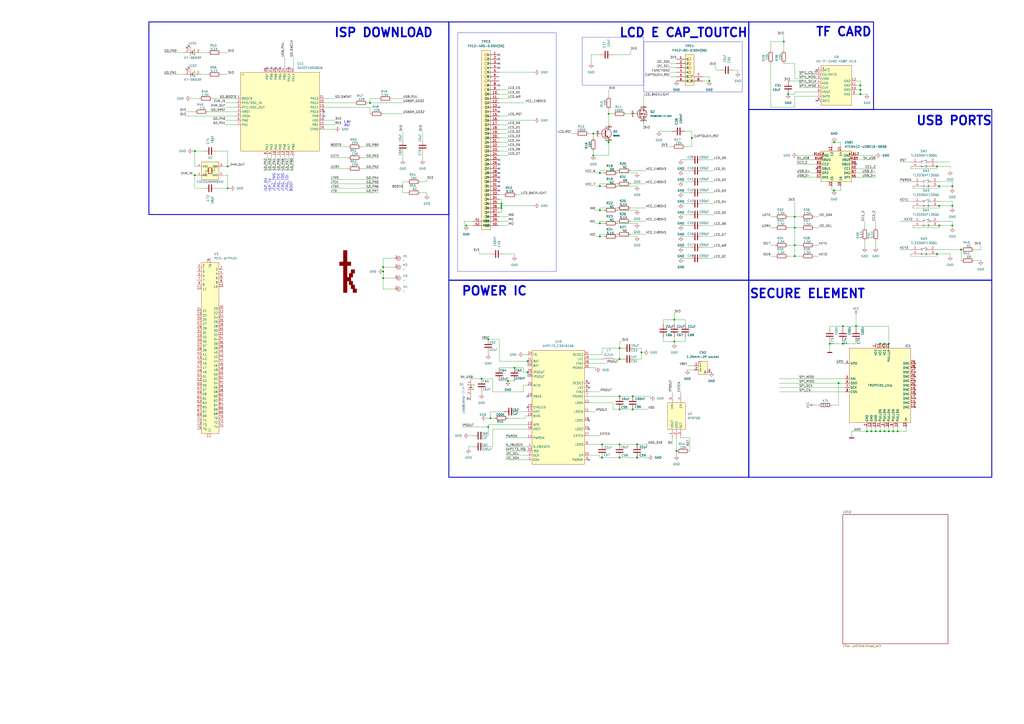
<source format=kicad_sch>
(kicad_sch (version 20250114) (generator "eeschema") (generator_version "9.0")
  (paper "A2")
  (title_block (title "SandKrux") (date "2026-02-07") (rev "v0") (company "Sandlabs"))
  (rectangle (start 265.43 19.05) (end 322.58 157.48))
  (rectangle (start 260.35 12.7) (end 434.34 162.56) (stroke (width 0.508)))
  (rectangle (start 260.35 162.56) (end 434.34 276.86) (stroke (width 0.508)))
  (rectangle (start 337.82 21.59) (end 373.38 49.53))
  (rectangle (start 434.34 162.56) (end 575.31 276.86) (stroke (width 0.508)))
  (rectangle (start 86.36 12.7) (end 260.35 124.46) (stroke (width 0.508)))
  (rectangle (start 434.34 12.7) (end 506.73 63.5) (stroke (width 0.508)))
  (rectangle (start 373.38 24.13) (end 430.53 53.34))
  (rectangle (start 434.34 63.5) (end 575.31 162.56) (stroke (width 0.508)))
  (text "TF CARD" (at 489.458 18.542 0) (effects (font (size 5.08 5.08) (thickness 1.016) (bold yes))))
  (text "LCD E CAP_TOUTCH" (at 396.494 19.05 0) (effects (font (size 5.08 5.08) (thickness 1.016) (bold yes))))
  (text "ISP_RX\nISP_TX\nJTAG_TMS\nJTAG_TCK\nJTAG_TDO\nJTAG_TDI\nBOOT" (at 161.544 111.252 90) (effects (font (size 1.524 1.524)) (justify left)))
  (text "POWER IC\n" (at 286.766 168.91 0) (effects (font (size 5.08 5.08) (thickness 1.016) (bold yes))))
  (text "ISP DOWNLOAD\n" (at 222.504 19.05 0) (effects (font (size 5.08 5.08) (thickness 1.016) (bold yes))))
  (text "1.8V\nRST\n" (at 201.422 71.882 0) (effects (font (size 1.27 1.27))))
  (text "USB PORTS" (at 553.466 70.104 0) (effects (font (size 5.08 5.08) (thickness 1.016) (bold yes))))
  (text "SECURE ELEMENT\n" (at 468.376 170.434 0) (effects (font (size 5.08 5.08) (thickness 1.016) (bold yes))))
  (junction (at 392.43 261.62))
  (junction (at 298.45 213.36))
  (junction (at 461.01 132.08))
  (junction (at 513.08 250.19))
  (junction (at 353.06 66.04))
  (junction (at 290.83 120.65))
  (junction (at 391.16 198.12))
  (junction (at 391.16 185.42))
  (junction (at 113.03 101.6))
  (junction (at 411.48 46.99))
  (junction (at 294.64 220.98))
  (junction (at 113.03 87.63))
  (junction (at 401.32 80.01))
  (junction (at 544.83 119.38))
  (junction (at 290.83 118.11))
  (junction (at 222.25 157.48))
  (junction (at 306.07 215.9))
  (junction (at 349.25 257.81))
  (junction (at 344.17 77.47))
  (junction (at 461.01 125.73))
  (junction (at 347.98 107.95))
  (junction (at 353.06 82.55))
  (junction (at 222.25 161.29))
  (junction (at 283.21 247.65))
  (junction (at 359.41 257.81))
  (junction (at 222.25 154.94))
  (junction (at 359.41 237.49))
  (junction (at 359.41 229.87))
  (junction (at 347.98 121.92))
  (junction (at 499.11 49.53))
  (junction (at 214.63 59.69))
  (junction (at 132.08 109.22))
  (junction (at 510.54 199.39))
  (junction (at 461.01 142.24))
  (junction (at 518.16 250.19))
  (junction (at 557.53 144.78))
  (junction (at 499.11 52.07))
  (junction (at 544.83 130.81))
  (junction (at 488.95 199.39))
  (junction (at 552.45 130.81))
  (junction (at 499.11 54.61))
  (junction (at 284.48 242.57))
  (junction (at 372.11 204.47))
  (junction (at 457.2 54.61))
  (junction (at 508 250.19))
  (junction (at 367.03 229.87))
  (junction (at 483.87 110.49))
  (junction (at 552.45 107.95))
  (junction (at 544.83 107.95))
  (junction (at 279.4 219.71))
  (junction (at 306.07 209.55))
  (junction (at 359.41 201.93))
  (junction (at 510.54 250.19))
  (junction (at 552.45 119.38))
  (junction (at 454.66 24.13))
  (junction (at 515.62 250.19))
  (junction (at 513.08 199.39))
  (junction (at 502.92 250.19))
  (junction (at 543.56 147.32))
  (junction (at 496.57 189.23))
  (junction (at 359.41 208.28))
  (junction (at 461.01 148.59))
  (junction (at 359.41 265.43))
  (junction (at 344.17 90.17))
  (junction (at 290.83 119.38))
  (junction (at 347.98 100.33))
  (junction (at 515.62 199.39))
  (junction (at 483.87 82.55))
  (junction (at 347.98 129.54))
  (junction (at 505.46 250.19))
  (junction (at 481.33 199.39))
  (junction (at 520.7 250.19))
  (junction (at 488.95 189.23))
  (junction (at 270.51 130.81))
  (junction (at 347.98 137.16))
  (junction (at 283.21 196.85))
  (junction (at 367.03 237.49))
  (junction (at 486.41 222.25))
  (junction (at 132.08 96.52))
  (junction (at 369.57 257.81))
  (junction (at 369.57 265.43))
  (junction (at 543.56 96.52))
  (junction (at 349.25 265.43))
  (no_connect (at 162.56 39.37))
  (no_connect (at 341.63 248.92))
  (no_connect (at 289.56 110.49))
  (no_connect (at 289.56 92.71))
  (no_connect (at 157.48 39.37))
  (no_connect (at 341.63 224.79))
  (no_connect (at 289.56 36.83))
  (no_connect (at 289.56 97.79))
  (no_connect (at 473.71 40.64))
  (no_connect (at 289.56 49.53))
  (no_connect (at 289.56 34.29))
  (no_connect (at 341.63 243.84))
  (no_connect (at 154.94 39.37))
  (no_connect (at 160.02 39.37))
  (no_connect (at 167.64 39.37))
  (no_connect (at 289.56 62.23))
  (no_connect (at 289.56 100.33))
  (no_connect (at 496.57 95.25))
  (no_connect (at 289.56 31.75))
  (no_connect (at 187.96 64.77))
  (no_connect (at 289.56 64.77))
  (no_connect (at 306.07 229.87))
  (no_connect (at 306.07 236.22))
  (no_connect (at 289.56 95.25))
  (no_connect (at 289.56 39.37))
  (no_connect (at 187.96 67.31))
  (no_connect (at 473.71 97.79))
  (no_connect (at 341.63 266.7))
  (no_connect (at 341.63 222.25))
  (no_connect (at 289.56 102.87))
  (no_connect (at 473.71 58.42))
  (no_connect (at 289.56 105.41))
  (no_connect (at 289.56 107.95))
  (wire (pts (xy 353.06 52.07) (xy 353.06 55.88)))
  (wire (pts (xy 505.46 250.19) (xy 502.92 250.19)))
  (wire (pts (xy 289.56 120.65) (xy 290.83 120.65)))
  (wire (pts (xy 359.41 265.43) (xy 369.57 265.43)))
  (wire (pts (xy 472.44 142.24) (xy 474.98 142.24)))
  (wire (pts (xy 513.08 199.39) (xy 515.62 199.39)))
  (wire (pts (xy 394.97 105.41) (xy 400.05 105.41)))
  (wire (pts (xy 392.43 254) (xy 392.43 261.62)))
  (wire (pts (xy 482.6 82.55) (xy 483.87 82.55)))
  (wire (pts (xy 400.05 254) (xy 400.05 261.62)))
  (wire (pts (xy 279.4 219.71) (xy 285.75 219.71)))
  (wire (pts (xy 358.14 137.16) (xy 369.57 137.16)))
  (wire (pts (xy 289.56 59.69) (xy 304.8 59.69)))
  (wire (pts (xy 496.57 49.53) (xy 499.11 49.53)))
  (wire (pts (xy 293.37 261.62) (xy 306.07 261.62)))
  (wire (pts (xy 290.83 120.65) (xy 290.83 123.19)))
  (wire (pts (xy 347.98 107.95) (xy 350.52 107.95)))
  (wire (pts (xy 487.68 82.55) (xy 487.68 85.09)))
  (wire (pts (xy 544.83 109.22) (xy 544.83 107.95)))
  (wire (pts (xy 461.01 62.23) (xy 461.01 55.88)))
  (wire (pts (xy 360.68 208.28) (xy 359.41 208.28)))
  (wire (pts (xy 358.14 129.54) (xy 369.57 129.54)))
  (wire (pts (xy 391.16 185.42) (xy 384.81 185.42)))
  (wire (pts (xy 481.33 189.23) (xy 488.95 189.23)))
  (wire (pts (xy 347.98 137.16) (xy 350.52 137.16)))
  (wire (pts (xy 270.51 130.81) (xy 274.32 130.81)))
  (wire (pts (xy 551.18 147.32) (xy 551.18 148.59)))
  (wire (pts (xy 463.55 48.26) (xy 473.71 48.26)))
  (wire (pts (xy 289.56 82.55) (xy 294.64 82.55)))
  (wire (pts (xy 391.16 181.61) (xy 391.16 185.42)))
  (wire (pts (xy 358.14 106.68) (xy 347.98 106.68)))
  (wire (pts (xy 510.54 247.65) (xy 510.54 250.19)))
  (wire (pts (xy 529.59 120.65) (xy 529.59 119.38)))
  (wire (pts (xy 289.56 213.36) (xy 298.45 213.36)))
  (wire (pts (xy 113.03 87.63) (xy 118.11 87.63)))
  (wire (pts (xy 353.06 90.17) (xy 344.17 90.17)))
  (wire (pts (xy 233.68 88.9) (xy 233.68 92.71)))
  (wire (pts (xy 303.53 215.9) (xy 306.07 215.9)))
  (wire (pts (xy 447.04 29.21) (xy 447.04 24.13)))
  (wire (pts (xy 341.63 238.76) (xy 345.44 238.76)))
  (wire (pts (xy 289.56 125.73) (xy 294.64 125.73)))
  (wire (pts (xy 299.72 238.76) (xy 306.07 238.76)))
  (wire (pts (xy 341.63 229.87) (xy 359.41 229.87)))
  (wire (pts (xy 472.44 125.73) (xy 474.98 125.73)))
  (wire (pts (xy 132.08 43.18) (xy 128.27 43.18)))
  (wire (pts (xy 130.81 69.85) (xy 137.16 69.85)))
  (wire (pts (xy 290.83 115.57) (xy 290.83 118.11)))
  (wire (pts (xy 274.32 259.08) (xy 271.78 259.08)))
  (wire (pts (xy 293.37 266.7) (xy 306.07 266.7)))
  (wire (pts (xy 347.98 100.33) (xy 350.52 100.33)))
  (wire (pts (xy 525.78 250.19) (xy 525.78 247.65)))
  (wire (pts (xy 289.56 57.15) (xy 294.64 57.15)))
  (wire (pts (xy 289.56 41.91) (xy 309.88 41.91)))
  (wire (pts (xy 125.73 109.22) (xy 132.08 109.22)))
  (wire (pts (xy 345.44 121.92) (xy 347.98 121.92)))
  (wire (pts (xy 365.76 31.75) (xy 355.6 31.75)))
  (wire (pts (xy 461.01 36.83) (xy 461.01 45.72)))
  (wire (pts (xy 461.01 55.88) (xy 473.71 55.88)))
  (wire (pts (xy 289.56 209.55) (xy 289.56 196.85)))
  (wire (pts (xy 289.56 52.07) (xy 294.64 52.07)))
  (wire (pts (xy 383.54 85.09) (xy 389.89 85.09)))
  (wire (pts (xy 209.55 97.79) (xy 219.71 97.79)))
  (wire (pts (xy 247.65 113.03) (xy 247.65 111.76)))
  (wire (pts (xy 496.57 92.71) (xy 508 92.71)))
  (wire (pts (xy 247.65 104.14) (xy 247.65 105.41)))
  (wire (pts (xy 289.56 72.39) (xy 294.64 72.39)))
  (wire (pts (xy 544.83 119.38) (xy 552.45 119.38)))
  (wire (pts (xy 113.03 87.63) (xy 113.03 96.52)))
  (wire (pts (xy 358.14 128.27) (xy 347.98 128.27)))
  (wire (pts (xy 528.32 97.79) (xy 543.56 97.79)))
  (wire (pts (xy 191.77 85.09) (xy 201.93 85.09)))
  (wire (pts (xy 447.04 142.24) (xy 449.58 142.24)))
  (wire (pts (xy 415.29 40.64) (xy 417.83 40.64)))
  (wire (pts (xy 521.97 144.78) (xy 528.32 144.78)))
  (wire (pts (xy 543.56 96.52) (xy 551.18 96.52)))
  (wire (pts (xy 165.1 90.17) (xy 165.1 99.06)))
  (wire (pts (xy 528.32 97.79) (xy 528.32 96.52)))
  (wire (pts (xy 508 247.65) (xy 508 250.19)))
  (wire (pts (xy 358.14 107.95) (xy 369.57 107.95)))
  (wire (pts (xy 285.75 259.08) (xy 285.75 248.92)))
  (wire (pts (xy 518.16 247.65) (xy 518.16 250.19)))
  (wire (pts (xy 407.67 149.86) (xy 414.02 149.86)))
  (wire (pts (xy 358.14 99.06) (xy 347.98 99.06)))
  (wire (pts (xy 289.56 113.03) (xy 292.1 113.03)))
  (wire (pts (xy 130.81 62.23) (xy 137.16 62.23)))
  (wire (pts (xy 154.94 90.17) (xy 154.94 99.06)))
  (wire (pts (xy 389.89 254) (xy 389.89 257.81)))
  (wire (pts (xy 552.45 130.81) (xy 552.45 132.08)))
  (wire (pts (xy 487.68 107.95) (xy 487.68 110.49)))
  (wire (pts (xy 398.78 212.09) (xy 402.59 212.09)))
  (wire (pts (xy 283.21 205.74) (xy 283.21 204.47)))
  (wire (pts (xy 397.51 187.96) (xy 397.51 185.42)))
  (wire (pts (xy 355.6 237.49) (xy 359.41 237.49)))
  (wire (pts (xy 463.55 43.18) (xy 473.71 43.18)))
  (wire (pts (xy 407.67 124.46) (xy 414.02 124.46)))
  (wire (pts (xy 132.08 109.22) (xy 133.35 109.22)))
  (wire (pts (xy 279.4 227.33) (xy 279.4 228.6)))
  (wire (pts (xy 401.32 76.2) (xy 401.32 80.01)))
  (wire (pts (xy 347.98 135.89) (xy 347.98 137.16)))
  (wire (pts (xy 521.97 116.84) (xy 529.59 116.84)))
  (wire (pts (xy 461.01 142.24) (xy 461.01 148.59)))
  (wire (pts (xy 388.62 44.45) (xy 392.43 44.45)))
  (wire (pts (xy 397.51 76.2) (xy 401.32 76.2)))
  (wire (pts (xy 394.97 92.71) (xy 400.05 92.71)))
  (wire (pts (xy 462.28 90.17) (xy 473.71 90.17)))
  (wire (pts (xy 341.63 233.68) (xy 355.6 233.68)))
  (wire (pts (xy 377.19 229.87) (xy 377.19 231.14)))
  (wire (pts (xy 543.56 148.59) (xy 543.56 147.32)))
  (wire (pts (xy 447.04 36.83) (xy 447.04 62.23)))
  (wire (pts (xy 160.02 90.17) (xy 160.02 99.06)))
  (wire (pts (xy 397.51 185.42) (xy 391.16 185.42)))
  (wire (pts (xy 518.16 250.19) (xy 515.62 250.19)))
  (wire (pts (xy 529.59 109.22) (xy 544.83 109.22)))
  (wire (pts (xy 461.01 116.84) (xy 461.01 125.73)))
  (wire (pts (xy 345.44 213.36) (xy 341.63 213.36)))
  (wire (pts (xy 273.05 219.71) (xy 279.4 219.71)))
  (wire (pts (xy 111.76 87.63) (xy 113.03 87.63)))
  (wire (pts (xy 552.45 107.95) (xy 552.45 109.22)))
  (wire (pts (xy 407.67 105.41) (xy 414.02 105.41)))
  (wire (pts (xy 394.97 124.46) (xy 400.05 124.46)))
  (wire (pts (xy 483.87 82.55) (xy 487.68 82.55)))
  (wire (pts (xy 303.53 205.74) (xy 306.07 205.74)))
  (wire (pts (xy 365.76 120.65) (xy 374.65 120.65)))
  (wire (pts (xy 407.67 111.76) (xy 414.02 111.76)))
  (wire (pts (xy 214.63 57.15) (xy 214.63 59.69)))
  (wire (pts (xy 544.83 132.08) (xy 544.83 130.81)))
  (wire (pts (xy 391.16 198.12) (xy 397.51 198.12)))
  (wire (pts (xy 367.03 229.87) (xy 377.19 229.87)))
  (wire (pts (xy 461.01 132.08) (xy 461.01 142.24)))
  (wire (pts (xy 345.44 107.95) (xy 347.98 107.95)))
  (wire (pts (xy 349.25 205.74) (xy 349.25 201.93)))
  (wire (pts (xy 388.62 36.83) (xy 392.43 36.83)))
  (wire (pts (xy 285.75 219.71) (xy 285.75 227.33)))
  (wire (pts (xy 508 128.27) (xy 508 132.08)))
  (wire (pts (xy 452.12 219.71) (xy 490.22 219.71)))
  (wire (pts (xy 372.11 208.28) (xy 368.3 208.28)))
  (wire (pts (xy 529.59 132.08) (xy 529.59 130.81)))
  (wire (pts (xy 544.83 128.27) (xy 552.45 128.27)))
  (wire (pts (xy 394.97 143.51) (xy 400.05 143.51)))
  (wire (pts (xy 427.99 40.64) (xy 427.99 41.91)))
  (wire (pts (xy 170.18 39.37) (xy 170.18 33.02)))
  (wire (pts (xy 551.18 96.52) (xy 551.18 97.79)))
  (wire (pts (xy 447.04 148.59) (xy 449.58 148.59)))
  (wire (pts (xy 344.17 77.47) (xy 345.44 77.47)))
  (wire (pts (xy 345.44 100.33) (xy 347.98 100.33)))
  (wire (pts (xy 447.04 24.13) (xy 454.66 24.13)))
  (wire (pts (xy 496.57 182.88) (xy 496.57 189.23)))
  (wire (pts (xy 306.07 209.55) (xy 289.56 209.55)))
  (wire (pts (xy 486.41 234.95) (xy 486.41 222.25)))
  (wire (pts (xy 165.1 39.37) (xy 165.1 33.02)))
  (wire (pts (xy 281.94 259.08) (xy 285.75 259.08)))
  (wire (pts (xy 407.67 92.71) (xy 414.02 92.71)))
  (wire (pts (xy 191.77 111.76) (xy 219.71 111.76)))
  (wire (pts (xy 359.41 201.93) (xy 359.41 198.12)))
  (wire (pts (xy 401.32 80.01) (xy 402.59 80.01)))
  (wire (pts (xy 289.56 87.63) (xy 294.64 87.63)))
  (wire (pts (xy 349.25 265.43) (xy 347.98 265.43)))
  (wire (pts (xy 496.57 52.07) (xy 499.11 52.07)))
  (wire (pts (xy 529.59 120.65) (xy 544.83 120.65)))
  (wire (pts (xy 290.83 119.38) (xy 290.83 120.65)))
  (wire (pts (xy 407.67 118.11) (xy 414.02 118.11)))
  (wire (pts (xy 187.96 74.93) (xy 194.31 74.93)))
  (wire (pts (xy 289.56 115.57) (xy 290.83 115.57)))
  (wire (pts (xy 331.47 77.47) (xy 334.01 77.47)))
  (wire (pts (xy 283.21 246.38) (xy 283.21 247.65)))
  (wire (pts (xy 407.67 137.16) (xy 414.02 137.16)))
  (wire (pts (xy 391.16 185.42) (xy 391.16 187.96)))
  (wire (pts (xy 389.89 228.6) (xy 389.89 227.33)))
  (wire (pts (xy 462.28 95.25) (xy 473.71 95.25)))
  (wire (pts (xy 447.04 125.73) (xy 449.58 125.73)))
  (wire (pts (xy 552.45 128.27) (xy 552.45 130.81)))
  (wire (pts (xy 132.08 87.63) (xy 132.08 96.52)))
  (wire (pts (xy 290.83 118.11) (xy 290.83 119.38)))
  (wire (pts (xy 191.77 104.14) (xy 219.71 104.14)))
  (wire (pts (xy 279.4 196.85) (xy 283.21 196.85)))
  (wire (pts (xy 353.06 63.5) (xy 353.06 66.04)))
  (wire (pts (xy 447.04 132.08) (xy 449.58 132.08)))
  (wire (pts (xy 543.56 144.78) (xy 557.53 144.78)))
  (wire (pts (xy 167.64 90.17) (xy 167.64 99.06)))
  (wire (pts (xy 365.76 106.68) (xy 374.65 106.68)))
  (wire (pts (xy 457.2 142.24) (xy 461.01 142.24)))
  (wire (pts (xy 187.96 57.15) (xy 194.31 57.15)))
  (wire (pts (xy 222.25 161.29) (xy 228.6 161.29)))
  (wire (pts (xy 349.25 201.93) (xy 359.41 201.93)))
  (wire (pts (xy 515.62 250.19) (xy 513.08 250.19)))
  (wire (pts (xy 496.57 46.99) (xy 499.11 46.99)))
  (wire (pts (xy 281.94 242.57) (xy 284.48 242.57)))
  (wire (pts (xy 543.56 147.32) (xy 551.18 147.32)))
  (wire (pts (xy 353.06 82.55) (xy 353.06 90.17)))
  (wire (pts (xy 401.32 80.01) (xy 401.32 85.09)))
  (wire (pts (xy 407.67 99.06) (xy 414.02 99.06)))
  (wire (pts (xy 494.03 252.73) (xy 494.03 250.19)))
  (wire (pts (xy 481.33 189.23) (xy 481.33 190.5)))
  (wire (pts (xy 508 250.19) (xy 505.46 250.19)))
  (wire (pts (xy 290.83 119.38) (xy 309.88 119.38)))
  (wire (pts (xy 496.57 97.79) (xy 508 97.79)))
  (wire (pts (xy 269.24 128.27) (xy 269.24 130.81)))
  (wire (pts (xy 191.77 106.68) (xy 219.71 106.68)))
  (wire (pts (xy 245.11 88.9) (xy 245.11 92.71)))
  (wire (pts (xy 344.17 87.63) (xy 344.17 90.17)))
  (wire (pts (xy 292.1 238.76) (xy 284.48 238.76)))
  (wire (pts (xy 372.11 201.93) (xy 372.11 204.47)))
  (wire (pts (xy 233.68 111.76) (xy 236.22 111.76)))
  (wire (pts (xy 461.01 45.72) (xy 473.71 45.72)))
  (wire (pts (xy 162.56 90.17) (xy 162.56 99.06)))
  (wire (pts (xy 565.15 151.13) (xy 568.96 151.13)))
  (wire (pts (xy 367.03 237.49) (xy 375.92 237.49)))
  (wire (pts (xy 191.77 97.79) (xy 201.93 97.79)))
  (wire (pts (xy 461.01 132.08) (xy 464.82 132.08)))
  (wire (pts (xy 214.63 59.69) (xy 233.68 59.69)))
  (wire (pts (xy 345.44 137.16) (xy 347.98 137.16)))
  (wire (pts (xy 356.87 208.28) (xy 359.41 208.28)))
  (wire (pts (xy 415.29 38.1) (xy 415.29 40.64)))
  (wire (pts (xy 233.68 76.2) (xy 233.68 81.28)))
  (wire (pts (xy 461.01 54.61) (xy 461.01 53.34)))
  (wire (pts (xy 481.33 199.39) (xy 481.33 203.2)))
  (wire (pts (xy 273.05 229.87) (xy 273.05 232.41)))
  (wire (pts (xy 363.22 66.04) (xy 365.76 66.04)))
  (wire (pts (xy 125.73 87.63) (xy 132.08 87.63)))
  (wire (pts (xy 394.97 118.11) (xy 400.05 118.11)))
  (wire (pts (xy 294.64 242.57) (xy 304.8 242.57)))
  (wire (pts (xy 345.44 214.63) (xy 345.44 213.36)))
  (wire (pts (xy 289.56 220.98) (xy 294.64 220.98)))
  (wire (pts (xy 290.83 123.19) (xy 289.56 123.19)))
  (wire (pts (xy 222.25 154.94) (xy 228.6 154.94)))
  (wire (pts (xy 107.95 64.77) (xy 113.03 64.77)))
  (wire (pts (xy 289.56 130.81) (xy 294.64 130.81)))
  (wire (pts (xy 394.97 149.86) (xy 400.05 149.86)))
  (wire (pts (xy 344.17 80.01) (xy 344.17 77.47)))
  (wire (pts (xy 359.41 237.49) (xy 367.03 237.49)))
  (wire (pts (xy 462.28 100.33) (xy 473.71 100.33)))
  (wire (pts (xy 496.57 189.23) (xy 515.62 189.23)))
  (wire (pts (xy 513.08 250.19) (xy 510.54 250.19)))
  (wire (pts (xy 247.65 105.41) (xy 243.84 105.41)))
  (wire (pts (xy 341.63 227.33) (xy 347.98 227.33)))
  (wire (pts (xy 118.11 109.22) (xy 113.03 109.22)))
  (wire (pts (xy 187.96 69.85) (xy 194.31 69.85)))
  (wire (pts (xy 425.45 40.64) (xy 427.99 40.64)))
  (wire (pts (xy 365.76 135.89) (xy 374.65 135.89)))
  (wire (pts (xy 461.01 125.73) (xy 461.01 132.08)))
  (wire (pts (xy 341.63 77.47) (xy 344.17 77.47)))
  (wire (pts (xy 130.81 59.69) (xy 137.16 59.69)))
  (wire (pts (xy 233.68 105.41) (xy 233.68 111.76)))
  (wire (pts (xy 481.33 199.39) (xy 488.95 199.39)))
  (wire (pts (xy 342.9 31.75) (xy 342.9 36.83)))
  (wire (pts (xy 457.2 54.61) (xy 461.01 54.61)))
  (wire (pts (xy 289.56 196.85) (xy 283.21 196.85)))
  (wire (pts (xy 132.08 30.48) (xy 128.27 30.48)))
  (wire (pts (xy 365.76 99.06) (xy 374.65 99.06)))
  (wire (pts (xy 394.97 99.06) (xy 400.05 99.06)))
  (wire (pts (xy 289.56 85.09) (xy 294.64 85.09)))
  (wire (pts (xy 525.78 250.19) (xy 520.7 250.19)))
  (wire (pts (xy 565.15 144.78) (xy 568.96 144.78)))
  (wire (pts (xy 454.66 36.83) (xy 461.01 36.83)))
  (wire (pts (xy 219.71 57.15) (xy 214.63 57.15)))
  (wire (pts (xy 394.97 254) (xy 400.05 254)))
  (wire (pts (xy 191.77 91.44) (xy 201.93 91.44)))
  (wire (pts (xy 496.57 102.87) (xy 508 102.87)))
  (wire (pts (xy 120.65 30.48) (xy 116.84 30.48)))
  (wire (pts (xy 95.25 43.18) (xy 106.68 43.18)))
  (wire (pts (xy 222.25 66.04) (xy 233.68 66.04)))
  (wire (pts (xy 278.13 146.05) (xy 278.13 147.32)))
  (wire (pts (xy 227.33 57.15) (xy 233.68 57.15)))
  (wire (pts (xy 283.21 252.73) (xy 281.94 252.73)))
  (wire (pts (xy 120.65 43.18) (xy 116.84 43.18)))
  (wire (pts (xy 391.16 198.12) (xy 391.16 199.39)))
  (wire (pts (xy 501.65 139.7) (xy 501.65 143.51)))
  (wire (pts (xy 463.55 46.99) (xy 463.55 48.26)))
  (wire (pts (xy 521.97 93.98) (xy 528.32 93.98)))
  (wire (pts (xy 132.08 96.52) (xy 133.35 96.52)))
  (wire (pts (xy 508 139.7) (xy 508 143.51)))
  (wire (pts (xy 472.44 132.08) (xy 474.98 132.08)))
  (wire (pts (xy 552.45 119.38) (xy 552.45 120.65)))
  (wire (pts (xy 347.98 31.75) (xy 342.9 31.75)))
  (wire (pts (xy 293.37 259.08) (xy 306.07 259.08)))
  (wire (pts (xy 499.11 49.53) (xy 499.11 52.07)))
  (wire (pts (xy 347.98 99.06) (xy 347.98 100.33)))
  (wire (pts (xy 457.2 148.59) (xy 461.01 148.59)))
  (wire (pts (xy 505.46 247.65) (xy 505.46 250.19)))
  (wire (pts (xy 488.95 189.23) (xy 488.95 190.5)))
  (wire (pts (xy 289.56 80.01) (xy 294.64 80.01)))
  (wire (pts (xy 293.37 254) (xy 306.07 254)))
  (wire (pts (xy 483.87 110.49) (xy 482.6 110.49)))
  (wire (pts (xy 457.2 132.08) (xy 461.01 132.08)))
  (wire (pts (xy 347.98 106.68) (xy 347.98 107.95)))
  (wire (pts (xy 347.98 264.16) (xy 341.63 264.16)))
  (wire (pts (xy 461.01 142.24) (xy 464.82 142.24)))
  (wire (pts (xy 482.6 110.49) (xy 482.6 107.95)))
  (wire (pts (xy 496.57 199.39) (xy 488.95 199.39)))
  (wire (pts (xy 347.98 121.92) (xy 350.52 121.92)))
  (wire (pts (xy 384.81 185.42) (xy 384.81 187.96)))
  (wire (pts (xy 222.25 167.64) (xy 228.6 167.64)))
  (wire (pts (xy 355.6 233.68) (xy 355.6 237.49)))
  (wire (pts (xy 289.56 90.17) (xy 294.64 90.17)))
  (wire (pts (xy 298.45 147.32) (xy 298.45 148.59)))
  (wire (pts (xy 209.55 85.09) (xy 219.71 85.09)))
  (wire (pts (xy 401.32 85.09) (xy 397.51 85.09)))
  (wire (pts (xy 407.67 46.99) (xy 411.48 46.99)))
  (wire (pts (xy 520.7 247.65) (xy 520.7 250.19)))
  (wire (pts (xy 457.2 125.73) (xy 461.01 125.73)))
  (wire (pts (xy 222.25 157.48) (xy 222.25 161.29)))
  (wire (pts (xy 120.65 64.77) (xy 137.16 64.77)))
  (wire (pts (xy 359.41 257.81) (xy 369.57 257.81)))
  (wire (pts (xy 306.07 246.38) (xy 283.21 246.38)))
  (wire (pts (xy 394.97 130.81) (xy 400.05 130.81)))
  (wire (pts (xy 384.81 195.58) (xy 384.81 198.12)))
  (wire (pts (xy 398.78 214.63) (xy 402.59 214.63)))
  (wire (pts (xy 345.44 129.54) (xy 347.98 129.54)))
  (wire (pts (xy 486.41 222.25) (xy 490.22 222.25)))
  (wire (pts (xy 278.13 147.32) (xy 284.48 147.32)))
  (wire (pts (xy 481.33 198.12) (xy 481.33 199.39)))
  (wire (pts (xy 349.25 265.43) (xy 359.41 265.43)))
  (wire (pts (xy 289.56 67.31) (xy 294.64 67.31)))
  (wire (pts (xy 452.12 224.79) (xy 490.22 224.79)))
  (wire (pts (xy 454.66 20.32) (xy 454.66 24.13)))
  (wire (pts (xy 341.63 205.74) (xy 349.25 205.74)))
  (wire (pts (xy 341.63 208.28) (xy 349.25 208.28)))
  (wire (pts (xy 397.51 198.12) (xy 397.51 195.58)))
  (wire (pts (xy 114.3 96.52) (xy 113.03 96.52)))
  (wire (pts (xy 289.56 77.47) (xy 294.64 77.47)))
  (wire (pts (xy 528.32 147.32) (xy 528.32 148.59)))
  (wire (pts (xy 358.14 121.92) (xy 369.57 121.92)))
  (wire (pts (xy 496.57 189.23) (xy 496.57 190.5)))
  (wire (pts (xy 271.78 259.08) (xy 271.78 260.35)))
  (wire (pts (xy 372.11 204.47) (xy 372.11 208.28)))
  (wire (pts (xy 452.12 227.33) (xy 490.22 227.33)))
  (wire (pts (xy 341.63 257.81) (xy 349.25 257.81)))
  (wire (pts (xy 472.44 234.95) (xy 474.98 234.95)))
  (wire (pts (xy 287.02 242.57) (xy 284.48 242.57)))
  (wire (pts (xy 299.72 113.03) (xy 302.26 113.03)))
  (wire (pts (xy 304.8 242.57) (xy 304.8 241.3)))
  (wire (pts (xy 494.03 250.19) (xy 502.92 250.19)))
  (wire (pts (xy 510.54 199.39) (xy 513.08 199.39)))
  (wire (pts (xy 502.92 247.65) (xy 502.92 250.19)))
  (wire (pts (xy 347.98 128.27) (xy 347.98 129.54)))
  (wire (pts (xy 222.25 149.86) (xy 222.25 154.94)))
  (wire (pts (xy 292.1 147.32) (xy 298.45 147.32)))
  (wire (pts (xy 454.66 24.13) (xy 454.66 29.21)))
  (wire (pts (xy 170.18 90.17) (xy 170.18 99.06)))
  (wire (pts (xy 394.97 137.16) (xy 400.05 137.16)))
  (wire (pts (xy 110.49 57.15) (xy 115.57 57.15)))
  (wire (pts (xy 482.6 85.09) (xy 482.6 82.55)))
  (wire (pts (xy 365.76 128.27) (xy 374.65 128.27)))
  (wire (pts (xy 391.16 195.58) (xy 391.16 198.12)))
  (wire (pts (xy 358.14 120.65) (xy 347.98 120.65)))
  (wire (pts (xy 114.3 101.6) (xy 113.03 101.6)))
  (wire (pts (xy 306.07 223.52) (xy 303.53 223.52)))
  (wire (pts (xy 341.63 210.82) (xy 351.79 210.82)))
  (wire (pts (xy 360.68 201.93) (xy 359.41 201.93)))
  (wire (pts (xy 521.97 105.41) (xy 529.59 105.41)))
  (wire (pts (xy 552.45 105.41) (xy 552.45 107.95)))
  (wire (pts (xy 267.97 247.65) (xy 283.21 247.65)))
  (wire (pts (xy 388.62 41.91) (xy 392.43 41.91)))
  (wire (pts (xy 347.98 129.54) (xy 350.52 129.54)))
  (wire (pts (xy 461.01 148.59) (xy 464.82 148.59)))
  (wire (pts (xy 529.59 132.08) (xy 544.83 132.08)))
  (wire (pts (xy 457.2 46.99) (xy 463.55 46.99)))
  (wire (pts (xy 303.53 223.52) (xy 303.53 227.33)))
  (wire (pts (xy 294.64 220.98) (xy 298.45 220.98)))
  (wire (pts (xy 496.57 90.17) (xy 508 90.17)))
  (wire (pts (xy 353.06 66.04) (xy 355.6 66.04)))
  (wire (pts (xy 462.28 92.71) (xy 473.71 92.71)))
  (wire (pts (xy 359.41 201.93) (xy 359.41 208.28)))
  (wire (pts (xy 487.68 110.49) (xy 483.87 110.49)))
  (wire (pts (xy 353.06 80.01) (xy 353.06 82.55)))
  (wire (pts (xy 365.76 29.21) (xy 365.76 31.75)))
  (wire (pts (xy 384.81 198.12) (xy 391.16 198.12)))
  (wire (pts (xy 298.45 213.36) (xy 303.53 213.36)))
  (wire (pts (xy 544.83 120.65) (xy 544.83 119.38)))
  (wire (pts (xy 289.56 118.11) (xy 290.83 118.11)))
  (wire (pts (xy 214.63 62.23) (xy 187.96 62.23)))
  (wire (pts (xy 368.3 201.93) (xy 372.11 201.93)))
  (wire (pts (xy 289.56 128.27) (xy 294.64 128.27)))
  (wire (pts (xy 132.08 109.22) (xy 132.08 101.6)))
  (wire (pts (xy 521.97 128.27) (xy 529.59 128.27)))
  (wire (pts (xy 557.53 144.78) (xy 557.53 151.13)))
  (wire (pts (xy 269.24 130.81) (xy 270.51 130.81)))
  (wire (pts (xy 358.14 100.33) (xy 369.57 100.33)))
  (wire (pts (xy 306.07 209.55) (xy 306.07 212.09)))
  (wire (pts (xy 347.98 265.43) (xy 347.98 264.16)))
  (wire (pts (xy 137.16 57.15) (xy 123.19 57.15)))
  (wire (pts (xy 382.27 76.2) (xy 389.89 76.2)))
  (wire (pts (xy 191.77 109.22) (xy 219.71 109.22)))
  (wire (pts (xy 543.56 97.79) (xy 543.56 96.52)))
  (wire (pts (xy 472.44 148.59) (xy 474.98 148.59)))
  (wire (pts (xy 359.41 198.12) (xy 360.68 198.12)))
  (wire (pts (xy 461.01 125.73) (xy 464.82 125.73)))
  (wire (pts (xy 392.43 261.62) (xy 392.43 264.16)))
  (wire (pts (xy 388.62 39.37) (xy 392.43 39.37)))
  (wire (pts (xy 228.6 149.86) (xy 222.25 149.86)))
  (wire (pts (xy 513.08 247.65) (xy 513.08 250.19)))
  (wire (pts (xy 373.38 55.88) (xy 373.38 60.96)))
  (wire (pts (xy 306.07 215.9) (xy 306.07 218.44)))
  (wire (pts (xy 303.53 227.33) (xy 285.75 227.33)))
  (wire (pts (xy 496.57 199.39) (xy 496.57 198.12)))
  (wire (pts (xy 544.83 107.95) (xy 552.45 107.95)))
  (wire (pts (xy 501.65 128.27) (xy 501.65 132.08)))
  (wire (pts (xy 544.83 130.81) (xy 552.45 130.81)))
  (wire (pts (xy 213.36 59.69) (xy 214.63 59.69)))
  (wire (pts (xy 187.96 72.39) (xy 194.31 72.39)))
  (wire (pts (xy 463.55 50.8) (xy 473.71 50.8)))
  (wire (pts (xy 113.03 109.22) (xy 113.03 101.6)))
  (wire (pts (xy 488.95 198.12) (xy 488.95 199.39)))
  (wire (pts (xy 349.25 257.81) (xy 359.41 257.81)))
  (wire (pts (xy 274.32 128.27) (xy 269.24 128.27)))
  (wire (pts (xy 520.7 250.19) (xy 518.16 250.19)))
  (wire (pts (xy 358.14 135.89) (xy 347.98 135.89)))
  (wire (pts (xy 214.63 66.04) (xy 214.63 62.23)))
  (wire (pts (xy 369.57 265.43) (xy 375.92 265.43)))
  (wire (pts (xy 209.55 91.44) (xy 219.71 91.44)))
  (wire (pts (xy 499.11 52.07) (xy 499.11 54.61)))
  (wire (pts (xy 353.06 72.39) (xy 353.06 66.04)))
  (wire (pts (xy 372.11 204.47) (xy 373.38 204.47)))
  (wire (pts (xy 462.28 102.87) (xy 473.71 102.87)))
  (wire (pts (xy 528.32 148.59) (xy 543.56 148.59)))
  (wire (pts (xy 130.81 72.39) (xy 137.16 72.39)))
  (wire (pts (xy 407.67 143.51) (xy 414.02 143.51)))
  (wire (pts (xy 452.12 222.25) (xy 486.41 222.25)))
  (wire (pts (xy 515.62 189.23) (xy 515.62 199.39)))
  (wire (pts (xy 245.11 76.2) (xy 245.11 81.28)))
  (wire (pts (xy 543.56 93.98) (xy 551.18 93.98)))
  (wire (pts (xy 373.38 71.12) (xy 373.38 74.93)))
  (wire (pts (xy 111.76 101.6) (xy 113.03 101.6)))
  (wire (pts (xy 233.68 105.41) (xy 236.22 105.41)))
  (wire (pts (xy 544.83 116.84) (xy 552.45 116.84)))
  (wire (pts (xy 341.63 252.73) (xy 347.98 252.73)))
  (wire (pts (xy 461.01 62.23) (xy 447.04 62.23)))
  (wire (pts (xy 369.57 257.81) (xy 375.92 257.81)))
  (wire (pts (xy 304.8 241.3) (xy 306.07 241.3)))
  (wire (pts (xy 485.14 210.82) (xy 490.22 210.82)))
  (wire (pts (xy 515.62 247.65) (xy 515.62 250.19)))
  (wire (pts (xy 508 199.39) (xy 510.54 199.39)))
  (wire (pts (xy 496.57 189.23) (xy 488.95 189.23)))
  (wire (pts (xy 129.54 101.6) (xy 132.08 101.6)))
  (wire (pts (xy 499.11 54.61) (xy 496.57 54.61)))
  (wire (pts (xy 496.57 100.33) (xy 508 100.33)))
  (wire (pts (xy 222.25 154.94) (xy 222.25 157.48)))
  (wire (pts (xy 289.56 74.93) (xy 294.64 74.93)))
  (wire (pts (xy 284.48 238.76) (xy 284.48 242.57)))
  (wire (pts (xy 303.53 213.36) (xy 303.53 215.9)))
  (wire (pts (xy 568.96 142.24) (xy 568.96 144.78)))
  (wire (pts (xy 132.08 96.52) (xy 129.54 96.52)))
  (wire (pts (xy 283.21 247.65) (xy 283.21 252.73)))
  (wire (pts (xy 157.48 90.17) (xy 157.48 99.06)))
  (wire (pts (xy 347.98 120.65) (xy 347.98 121.92)))
  (wire (pts (xy 359.41 229.87) (xy 367.03 229.87)))
  (wire (pts (xy 394.97 111.76) (xy 400.05 111.76)))
  (wire (pts (xy 285.75 248.92) (xy 306.07 248.92)))
  (wire (pts (xy 411.48 44.45) (xy 411.48 46.99)))
  (wire (pts (xy 499.11 54.61) (xy 502.92 54.61)))
  (wire (pts (xy 107.95 67.31) (xy 137.16 67.31)))
  (wire (pts (xy 499.11 46.99) (xy 499.11 49.53)))
  (wire (pts (xy 510.54 250.19) (xy 508 250.19)))
  (wire (pts (xy 529.59 109.22) (xy 529.59 107.95)))
  (wire (pts (xy 407.67 44.45) (xy 411.48 44.45)))
  (wire (pts (xy 552.45 116.84) (xy 552.45 119.38)))
  (wire (pts (xy 407.67 130.81) (xy 414.02 130.81)))
  (wire (pts (xy 222.25 161.29) (xy 222.25 167.64)))
  (wire (pts (xy 289.56 54.61) (xy 294.64 54.61)))
  (wire (pts (xy 394.97 228.6) (xy 394.97 227.33)))
  (wire (pts (xy 544.83 105.41) (xy 552.45 105.41)))
  (wire (pts (xy 461.01 53.34) (xy 473.71 53.34)))
  (wire (pts (xy 187.96 59.69) (xy 205.74 59.69)))
  (wire (pts (xy 293.37 264.16) (xy 306.07 264.16)))
  (wire (pts (xy 271.78 252.73) (xy 274.32 252.73)))
  (wire (pts (xy 95.25 30.48) (xy 106.68 30.48)))
  (wire (pts (xy 482.6 234.95) (xy 486.41 234.95)))
  (wire (pts (xy 247.65 111.76) (xy 243.84 111.76)))
  (wire (pts (xy 289.56 69.85) (xy 309.88 69.85)))
  (label "3V3" (at 107.95 67.31 180))
  (label "LCD_WR" (at 414.02 143.51 0))
  (label "KEY3" (at 521.97 144.78 0))
  (label "3V3" (at 392.43 34.29 180))
  (label "JTDI" (at 191.77 111.76 0))
  (label "IM0" (at 294.64 125.73 0))
  (label "IPSOUT" (at 345.44 238.76 0))
  (label "GND" (at 495.3 250.19 0))
  (label "3V3" (at 365.76 29.21 0))
  (label "USB_PUL" (at 165.1 33.02 90))
  (label "GD_PA2" (at 154.94 99.06 90))
  (label "LCD_D0" (at 414.02 92.71 0))
  (label "U1TX" (at 191.77 91.44 0))
  (label "5V_USB" (at 508 92.71 180))
  (label "IM1" (at 294.64 128.27 0))
  (label "AXP173_IRQ" (at 293.37 261.62 0))
  (label "CAPTOUCH_RST" (at 402.59 80.01 0))
  (label "CC2_2" (at 462.28 95.25 0))
  (label "EXTEN" (at 347.98 252.73 0))
  (label "LCD_BACKLIGHT" (at 373.38 55.88 0))
  (label "USB_D-" (at 508 100.33 180))
  (label "LCD_D2" (at 414.02 105.41 0))
  (label "LCD_WR" (at 294.64 57.15 0))
  (label "3V3" (at 194.31 69.85 0))
  (label "GD_PA5" (at 219.71 106.68 180))
  (label "24M_IN" (at 111.76 101.6 180))
  (label "IO17" (at 447.04 142.24 180))
  (label "VCC_1V83V3" (at 374.65 128.27 0))
  (label "USB_D+" (at 462.28 100.33 0))
  (label "SPI1_SCLK" (at 463.55 48.26 0))
  (label "GD_PA2" (at 219.71 97.79 180))
  (label "I2C_SDA" (at 293.37 266.7 0))
  (label "KEY2" (at 474.98 148.59 0))
  (label "GD_PA4" (at 219.71 104.14 180))
  (label "SPI_MISO" (at 463.55 222.25 0))
  (label "VCC_1V83V3" (at 304.8 59.69 0))
  (label "GD_SWCLK" (at 170.18 33.02 90))
  (label "3V3" (at 415.29 38.1 180))
  (label "VDD" (at 375.92 237.49 0))
  (label "SPI_SCK" (at 463.55 224.79 0))
  (label "LCD_D5" (at 414.02 124.46 0))
  (label "KEY1" (at 521.97 116.84 0))
  (label "IPSOUT" (at 351.79 210.82 0))
  (label "GD_PA3" (at 157.48 99.06 90))
  (label "3V3" (at 568.96 142.24 180))
  (label "IPSOUT" (at 389.89 227.33 90))
  (label "KEY2" (at 524.51 128.27 0))
  (label "GD_PA0" (at 95.25 30.48 0))
  (label "LCD_D0" (at 294.64 72.39 0))
  (label "VCC_1V83V3" (at 374.65 135.89 0))
  (label "SPI1_MISO" (at 463.55 50.8 0))
  (label "LCD_D5" (at 294.64 85.09 0))
  (label "USBDP_GD32" (at 233.68 59.69 0))
  (label "LCD_D3" (at 414.02 111.76 0))
  (label "SPI_MOSI" (at 463.55 219.71 0))
  (label "GD_PB0" (at 219.71 85.09 180))
  (label "CC1_2" (at 508 97.79 180))
  (label "USB_D-" (at 462.28 102.87 0))
  (label "LCD_D4" (at 414.02 118.11 0))
  (label "VCC_7" (at 345.44 107.95 180))
  (label "JTMS" (at 191.77 104.14 0))
  (label "BOOT0" (at 191.77 85.09 0))
  (label "EXTEN" (at 394.97 227.33 90))
  (label "GD_PA6" (at 165.1 99.06 90))
  (label "LCD_D7" (at 414.02 137.16 0))
  (label "USB_D+" (at 508 102.87 180))
  (label "PWRON" (at 293.37 254 0))
  (label "3V3" (at 383.54 85.09 0))
  (label "PWRON" (at 521.97 105.41 0))
  (label "USB_PUL" (at 233.68 57.15 0))
  (label "VCC_1V83V3" (at 374.65 120.65 0))
  (label "24M_OUT" (at 130.81 62.23 180))
  (label "FUNCTION2" (at 388.62 41.91 180))
  (label "JTDO" (at 191.77 109.22 0))
  (label "I2C_SCL" (at 388.62 39.37 180))
  (label "3V3" (at 132.08 43.18 0))
  (label "GPO" (at 485.14 210.82 0))
  (label "N_VBUSEN" (at 293.37 259.08 0))
  (label "I2C_SDA" (at 474.98 125.73 0))
  (label "IO19" (at 447.04 148.59 180))
  (label "VCC_1V83V3" (at 374.65 106.68 0))
  (label "VCC_1V83V3" (at 374.65 99.06 0))
  (label "GD_PA1" (at 130.81 72.39 180))
  (label "CC2_2" (at 508 128.27 90))
  (label "3V3" (at 360.68 198.12 0))
  (label "3V3" (at 278.13 146.05 180))
  (label "3V3" (at 391.16 181.61 0))
  (label "24M_OUT" (at 133.35 96.52 0))
  (label "VCC_6" (at 345.44 100.33 180))
  (label "GD_NRST" (at 130.81 64.77 180))
  (label "LCD_D1" (at 414.02 99.06 0))
  (label "U1RX" (at 191.77 97.79 0))
  (label "3V3" (at 233.68 76.2 90))
  (label "IM1" (at 345.44 129.54 180))
  (label "U2TX" (at 447.04 125.73 180))
  (label "LCD_DC" (at 414.02 149.86 0))
  (label "I2C_SDA" (at 388.62 36.83 180))
  (label "3V3" (at 461.01 116.84 180))
  (label "CC1_2" (at 501.65 128.27 90))
  (label "SPI1_CS_TF" (at 463.55 43.18 0))
  (label "GD_PA4" (at 160.02 99.06 90))
  (label "3V3" (at 107.95 64.77 180))
  (label "GD_PA7" (at 167.64 99.06 90))
  (label "IM2" (at 294.64 130.81 0))
  (label "KEY1" (at 474.98 142.24 0))
  (label "5V" (at 273.05 232.41 180))
  (label "IPSOUT" (at 347.98 227.33 0))
  (label "LCD_CS" (at 294.64 52.07 0))
  (label "LCD_D3" (at 294.64 80.01 0))
  (label "I2C_SCL" (at 293.37 264.16 0))
  (label "GD_SWDAT" (at 194.31 57.15 0))
  (label "3V3" (at 373.38 74.93 0))
  (label "RST" (at 521.97 93.98 0))
  (label "LCD_RST" (at 331.47 77.47 180))
  (label "BOOT0" (at 233.68 109.22 180))
  (label "LCD_D2" (at 294.64 77.47 0))
  (label "CAPTOUCH_RST" (at 388.62 44.45 180))
  (label "LCD_D6" (at 414.02 130.81 0))
  (label "LCD_D7" (at 294.64 90.17 0))
  (label "3V3" (at 247.65 104.14 0))
  (label "3V3" (at 245.11 76.2 90))
  (label "ADD_3V0" (at 375.92 257.81 0))
  (label "LCD_D4" (at 294.64 82.55 0))
  (label "USBDM_GD32" (at 233.68 66.04 0))
  (label "24M_IN" (at 130.81 59.69 180))
  (label "IM2" (at 345.44 137.16 180))
  (label "5V_USB" (at 462.28 92.71 0))
  (label "LCD_D6" (at 294.64 87.63 0))
  (label "IM0" (at 345.44 121.92 180))
  (label "GD_PB0" (at 170.18 99.06 90))
  (label "LCD_DC" (at 294.64 54.61 0))
  (label "GD_PA7" (at 219.71 111.76 180))
  (label "LCD_D1" (at 294.64 74.93 0))
  (label "ISET" (at 400.05 259.08 90))
  (label "GD_PA3" (at 219.71 91.44 180))
  (label "3V3" (at 458.47 46.99 180))
  (label "GD_PA0" (at 130.81 69.85 180))
  (label "GD_PA5" (at 162.56 99.06 90))
  (label "SPI1_MOSI" (at 463.55 45.72 0))
  (label "3V3" (at 353.06 52.07 0))
  (label "VBAT" (at 398.78 212.09 180))
  (label "3V3" (at 454.66 20.32 180))
  (label "U2RX" (at 447.04 132.08 180))
  (label "LCD_RST" (at 294.64 67.31 0))
  (label "VBAT" (at 279.4 196.85 0))
  (label "GD_PA1" (at 95.25 43.18 0))
  (label "3V3" (at 132.08 30.48 0))
  (label "GD_PA6" (at 219.71 109.22 180))
  (label "I2C_SCL" (at 474.98 132.08 0))
  (label "SPI_CS" (at 463.55 227.33 0))
  (label "IPSOUT" (at 267.97 247.65 0))
  (label "GD_BOOT0" (at 137.16 57.15 180))
  (label "JTCK" (at 191.77 106.68 0))
  (label "LCD_BACKLIGHT" (at 302.26 113.03 0))
  (label "RES" (at 194.31 72.39 0))
  (label "5V_USB" (at 274.32 219.71 180))
  (label "5V" (at 389.89 257.81 180))
  (symbol (lib_id "Device:R") (at 361.95 135.89 90) (unit 1)
    (property "Reference" "R27" (at 363.22 131.826 90) (effects (justify left)))
    (property "Value" "NC" (at 363.982 133.858 90) (effects (justify left)))
    (property "Footprint" "Resistor_SMD:R_0201_0603Metric" (effects (hide yes)))
    (property "Description" "Resistor" (effects (hide yes)))
  )
  (symbol (lib_id "power:GND") (at 233.68 92.71 0) (mirror y) (unit 1)
    (property "Reference" "#PWR091" (effects (hide yes)))
    (property "Value" "GND" (at 233.68 97.79 0))
    (property "Description" "Power symbol creates a global label with name \"GND\" , ground" (effects (hide yes)))
  )
  (symbol (lib_id "Device:C") (at 403.86 130.81 270) (unit 1)
    (property "Reference" "C45" (at 402.59 129.286 90) (effects (justify right)))
    (property "Value" "100pF" (at 411.48 129.286 90) (effects (justify right)))
    (property "Footprint" "Capacitor_SMD:C_0201_0603Metric" (effects (hide yes)))
    (property "Description" "Unpolarized capacitor" (effects (hide yes)))
  )
  (symbol (lib_id "PCM_JLCPCB-Manufacturing:Mounting Hole, 3mm, Via Stiched") (at 231.14 161.29 0) (unit 1)
    (property "Reference" "H3" (at 233.68 160.0199 0) (effects (justify left)))
    (property "Value" "~" (at 233.68 162.5599 0) (effects (justify left)))
    (property "Footprint" "PCM_JLCPCB:Hole, 3mm" (effects (hide yes)))
  )
  (symbol (lib_id "Device:R") (at 337.82 77.47 90) (unit 1)
    (property "Reference" "R13" (at 339.09 73.406 90) (effects (justify left)))
    (property "Value" "100R" (at 339.852 75.438 90) (effects (justify left)))
    (property "Footprint" "Resistor_SMD:R_0201_0603Metric" (effects (hide yes)))
    (property "Description" "Resistor" (effects (hide yes)))
  )
  (symbol (lib_id "easyeda2kicad:TL3330AF130QG") (at 537.21 105.41 0) (unit 1)
    (property "Reference" "SW2" (at 537.21 99.06 0))
    (property "Value" "TL3330AF130QG" (at 537.21 101.6 0))
    (property "Footprint" "easyeda2kicad:SW-SMD_E-SWITCH_TL3330" (effects (hide yes)))
    (property "LCSC Part" "C2886885" (effects (hide yes)))
  )
  (symbol (lib_id "Device:R") (at 290.83 242.57 90) (unit 1)
    (property "Reference" "R42" (at 292.1 244.602 90) (effects (justify left)))
    (property "Value" "200K" (at 292.862 240.538 90) (effects (justify left)))
    (property "Footprint" "Resistor_SMD:R_0201_0603Metric" (effects (hide yes)))
    (property "Description" "Resistor" (effects (hide yes)))
  )
  (symbol (lib_id "power:GND") (at 133.35 109.22 90) (unit 1)
    (property "Reference" "#PWR094" (effects (hide yes)))
    (property "Value" "GND" (at 137.16 109.2199 90) (effects (justify right)))
    (property "Description" "Power symbol creates a global label with name \"GND\" , ground" (effects (hide yes)))
  )
  (symbol (lib_id "Device:C") (at 278.13 259.08 270) (unit 1)
    (property "Reference" "C61" (at 283.21 258.064 90) (effects (justify right)))
    (property "Value" "220uF" (at 285.496 260.604 90) (effects (justify right)))
    (property "Footprint" "Capacitor_SMD:C_0201_0603Metric" (effects (hide yes)))
    (property "Description" "Unpolarized capacitor" (effects (hide yes)))
  )
  (symbol (lib_id "power:GND") (at 394.97 111.76 0) (mirror y) (unit 1)
    (property "Reference" "#PWR046" (effects (hide yes)))
    (property "Value" "GND" (at 394.97 116.84 0))
    (property "Description" "Power symbol creates a global label with name \"GND\" , ground" (effects (hide yes)))
  )
  (symbol (lib_id "easyeda2kicad:KT-0603R") (at 111.76 43.18 0) (unit 1)
    (property "Reference" "LED2" (at 111.76 38.1 0))
    (property "Value" "KT-0603R" (at 111.76 46.228 0))
    (property "Footprint" "easyeda2kicad:LED0603-RD" (effects (hide yes)))
    (property "Datasheet" "https://lcsc.com/product-detail/Light-Emitting-Diodes-LED_Red-LED-0603_C2286.html" (effects (hide yes)))
    (property "LCSC Part" "C2286" (effects (hide yes)))
  )
  (symbol (lib_id "power:GND") (at 483.87 110.49 0) (unit 1)
    (property "Reference" "#PWR062" (effects (hide yes)))
    (property "Value" "GND" (at 483.87 115.57 0))
    (property "Description" "Power symbol creates a global label with name \"GND\" , ground" (effects (hide yes)))
  )
  (symbol (lib_id "easyeda2kicad:MT9700") (at 392.43 241.3 90) (unit 1)
    (property "Reference" "U2" (at 398.78 240.0299 90) (effects (justify right)))
    (property "Value" "MT9700" (at 398.78 242.5699 90) (effects (justify right)))
    (property "Footprint" "easyeda2kicad:SOT-23-5_L3.0-W1.7-P0.95-LS2.8-BR" (effects (hide yes)))
    (property "Datasheet" "https://lcsc.com/product-detail/PMIC-Power-Distribution-Switches_MT9700_C89855.html" (effects (hide yes)))
    (property "LCSC Part" "C89855" (effects (hide yes)))
  )
  (symbol (lib_id "easyeda2kicad:AXP173_C3345106") (at 323.85 236.22 0) (unit 1)
    (property "Reference" "U10" (at 323.85 198.12 0))
    (property "Value" "AXP173_C3345106" (at 323.85 200.66 0))
    (property "Footprint" "easyeda2kicad:QFN-32_L5.0-W5.0-P0.50-TL-EP3.5-1" (effects (hide yes)))
    (property "LCSC Part" "C3345106" (effects (hide yes)))
  )
  (symbol (lib_id "tropicsquare:TROPIC01_chip_pub") (at 510.54 223.52 0) (unit 1)
    (property "Reference" "IC1" (at 525.018 200.66 0) (effects (justify left)))
    (property "Value" "TROPIC01_chip" (at 510.54 223.52 0))
    (property "Footprint" "tropic01_chip:QFN-32-1EP_4x4mm_P0.4mm_EP2.65x2.65mm" (effects (hide yes)))
    (property "Description" "Cryptographic coprocessor and MAC" (effects (hide yes)))
    (property "OC_MOUSER" "T101" (effects (hide yes)))
  )
  (symbol (lib_id "easyeda2kicad:TL3330AF130QG") (at 537.21 116.84 0) (unit 1)
    (property "Reference" "SW3" (at 537.21 110.49 0))
    (property "Value" "TL3330AF130QG" (at 537.21 113.03 0))
    (property "Footprint" "easyeda2kicad:SW-SMD_E-SWITCH_TL3330" (effects (hide yes)))
    (property "LCSC Part" "C2886885" (effects (hide yes)))
  )
  (symbol (lib_id "power:GND") (at 222.25 157.48 270) (mirror x) (unit 1)
    (property "Reference" "#PWR095" (effects (hide yes)))
    (property "Value" "GND" (at 218.44 157.4799 90) (effects (justify right)))
    (property "Description" "Power symbol creates a global label with name \"GND\" , ground" (effects (hide yes)))
  )
  (symbol (lib_id "power:GND") (at 412.75 215.9 0) (unit 1)
    (property "Reference" "#PWR085" (effects (hide yes)))
    (property "Value" "GND" (at 412.75 220.98 0))
    (property "Description" "Power symbol creates a global label with name \"GND\" , ground" (effects (hide yes)))
  )
  (symbol (lib_id "Device:R") (at 468.63 125.73 90) (unit 1)
    (property "Reference" "R36" (at 469.9 121.666 90) (effects (justify left)))
    (property "Value" "1.5K" (at 470.662 123.698 90) (effects (justify left)))
    (property "Footprint" "Resistor_SMD:R_0201_0603Metric" (effects (hide yes)))
    (property "Description" "Resistor" (effects (hide yes)))
  )
  (symbol (lib_id "power:GND") (at 375.92 265.43 90) (unit 1)
    (property "Reference" "#PWR081" (effects (hide yes)))
    (property "Value" "GND" (at 379.73 265.4299 90) (effects (justify right)))
    (property "Description" "Power symbol creates a global label with name \"GND\" , ground" (effects (hide yes)))
  )
  (symbol (lib_id "power:GND") (at 552.45 109.22 0) (unit 1)
    (property "Reference" "#PWR066" (effects (hide yes)))
    (property "Value" "GND" (at 552.45 114.3 0))
    (property "Description" "Power symbol creates a global label with name \"GND\" , ground" (effects (hide yes)))
  )
  (symbol (lib_id "Device:R") (at 359.41 66.04 90) (unit 1)
    (property "Reference" "R14" (at 360.68 61.976 90) (effects (justify left)))
    (property "Value" "100R" (at 361.442 64.008 90) (effects (justify left)))
    (property "Footprint" "Resistor_SMD:R_0201_0603Metric" (effects (hide yes)))
    (property "Description" "Resistor" (effects (hide yes)))
  )
  (symbol (lib_id "Device:R") (at 561.34 144.78 90) (unit 1)
    (property "Reference" "R40" (at 562.61 140.716 90) (effects (justify left)))
    (property "Value" "NC" (at 563.372 142.748 90) (effects (justify left)))
    (property "Footprint" "Resistor_SMD:R_0201_0603Metric" (effects (hide yes)))
    (property "Description" "Resistor" (effects (hide yes)))
  )
  (symbol (lib_id "power:GND") (at 394.97 92.71 0) (mirror y) (unit 1)
    (property "Reference" "#PWR043" (effects (hide yes)))
    (property "Value" "GND" (at 394.97 97.79 0))
    (property "Description" "Power symbol creates a global label with name \"GND\" , ground" (effects (hide yes)))
  )
  (symbol (lib_id "Device:R") (at 240.03 105.41 90) (unit 1)
    (property "Reference" "R54" (at 241.3 101.346 90) (effects (justify left)))
    (property "Value" "10K" (at 242.062 103.378 90) (effects (justify left)))
    (property "Footprint" "Resistor_SMD:R_0201_0603Metric" (effects (hide yes)))
    (property "Description" "Resistor" (effects (hide yes)))
  )
  (symbol (lib_id "power:GND") (at 552.45 132.08 0) (unit 1)
    (property "Reference" "#PWR068" (effects (hide yes)))
    (property "Value" "GND" (at 552.45 137.16 0))
    (property "Description" "Power symbol creates a global label with name \"GND\" , ground" (effects (hide yes)))
  )
  (symbol (lib_id "power:GND") (at 394.97 137.16 0) (mirror y) (unit 1)
    (property "Reference" "#PWR050" (effects (hide yes)))
    (property "Value" "GND" (at 394.97 142.24 0))
    (property "Description" "Power symbol creates a global label with name \"GND\" , ground" (effects (hide yes)))
  )
  (symbol (lib_id "easyeda2kicad:1.25mm-2Psocket") (at 406.4 213.36 0) (unit 1)
    (property "Reference" "CN2" (at 407.67 204.47 0))
    (property "Value" "1.25mm-2P socket" (at 407.67 207.01 0))
    (property "Footprint" "easyeda2kicad:CONN-SMD_1.25T-2P" (effects (hide yes)))
    (property "Datasheet" "https://lcsc.com/product-detail/1-25T-Connectors_1-25mm-2P-socket_C43462.html" (effects (hide yes)))
    (property "LCSC Part" "C43462" (effects (hide yes)))
  )
  (symbol (lib_id "Device:C") (at 391.16 191.77 180) (unit 1)
    (property "Reference" "C67" (at 392.43 194.31 0) (effects (justify right)))
    (property "Value" "22uF" (at 392.43 189.484 0) (effects (justify right)))
    (property "Footprint" "Capacitor_SMD:C_0201_0603Metric" (effects (hide yes)))
    (property "Description" "Unpolarized capacitor" (effects (hide yes)))
  )
  (symbol (lib_id "power:GND") (at 392.43 46.99 0) (unit 1)
    (property "Reference" "#PWR056" (effects (hide yes)))
    (property "Value" "GND" (at 392.43 52.07 0))
    (property "Description" "Power symbol creates a global label with name \"GND\" , ground" (effects (hide yes)))
  )
  (symbol (lib_id "Device:C") (at 403.86 99.06 270) (unit 1)
    (property "Reference" "C40" (at 402.59 97.536 90) (effects (justify right)))
    (property "Value" "100pF" (at 411.48 97.536 90) (effects (justify right)))
    (property "Footprint" "Capacitor_SMD:C_0201_0603Metric" (effects (hide yes)))
    (property "Description" "Unpolarized capacitor" (effects (hide yes)))
  )
  (symbol (lib_id "Device:R") (at 468.63 142.24 90) (unit 1)
    (property "Reference" "R38" (at 469.9 138.176 90) (effects (justify left)))
    (property "Value" "1.5K" (at 470.662 140.208 90) (effects (justify left)))
    (property "Footprint" "Resistor_SMD:R_0201_0603Metric" (effects (hide yes)))
    (property "Description" "Resistor" (effects (hide yes)))
  )
  (symbol (lib_id "power:GND") (at 369.57 129.54 0) (mirror y) (unit 1)
    (property "Reference" "#PWR039" (effects (hide yes)))
    (property "Value" "GND" (at 369.57 134.62 0))
    (property "Description" "Power symbol creates a global label with name \"GND\" , ground" (effects (hide yes)))
  )
  (symbol (lib_id "Device:R") (at 361.95 128.27 90) (unit 1)
    (property "Reference" "R26" (at 363.22 124.206 90) (effects (justify left)))
    (property "Value" "5.1K" (at 363.982 126.238 90) (effects (justify left)))
    (property "Footprint" "Resistor_SMD:R_0201_0603Metric" (effects (hide yes)))
    (property "Description" "Resistor" (effects (hide yes)))
  )
  (symbol (lib_id "Device:C") (at 298.45 217.17 0) (unit 1)
    (property "Reference" "C63" (at 302.768 214.884 0) (effects (justify right)))
    (property "Value" "220nF" (at 304.8 219.456 0) (effects (justify right)))
    (property "Footprint" "Capacitor_SMD:C_0201_0603Metric" (effects (hide yes)))
    (property "Description" "Unpolarized capacitor" (effects (hide yes)))
  )
  (symbol (lib_id "Device:C") (at 384.81 191.77 180) (unit 1)
    (property "Reference" "C66" (at 386.08 194.31 0) (effects (justify right)))
    (property "Value" "22uF" (at 386.08 189.484 0) (effects (justify right)))
    (property "Footprint" "Capacitor_SMD:C_0201_0603Metric" (effects (hide yes)))
    (property "Description" "Unpolarized capacitor" (effects (hide yes)))
  )
  (symbol (lib_id "PCM_JLCPCB-Manufacturing:Mounting Hole, 3mm, Via Stiched") (at 231.14 149.86 0) (unit 1)
    (property "Reference" "H1" (at 233.68 148.5899 0) (effects (justify left)))
    (property "Value" "~" (at 233.68 151.1299 0) (effects (justify left)))
    (property "Footprint" "PCM_JLCPCB:Hole, 3mm" (effects (hide yes)))
  )
  (symbol (lib_id "Device:R") (at 124.46 30.48 90) (unit 1)
    (property "Reference" "R53" (at 125.73 26.416 90) (effects (justify left)))
    (property "Value" "5.1K" (at 126.492 28.448 90) (effects (justify left)))
    (property "Footprint" "Resistor_SMD:R_0201_0603Metric" (effects (hide yes)))
    (property "Description" "Resistor" (effects (hide yes)))
  )
  (symbol (lib_id "power:GND") (at 394.97 105.41 0) (mirror y) (unit 1)
    (property "Reference" "#PWR045" (effects (hide yes)))
    (property "Value" "GND" (at 394.97 110.49 0))
    (property "Description" "Power symbol creates a global label with name \"GND\" , ground" (effects (hide yes)))
  )
  (symbol (lib_id "Device:R") (at 453.39 132.08 90) (unit 1)
    (property "Reference" "R33" (at 454.66 128.016 90) (effects (justify left)))
    (property "Value" "1.5K" (at 455.422 130.048 90) (effects (justify left)))
    (property "Footprint" "Resistor_SMD:R_0201_0603Metric" (effects (hide yes)))
    (property "Description" "Resistor" (effects (hide yes)))
  )
  (symbol (lib_id "Device:C") (at 245.11 85.09 0) (unit 1)
    (property "Reference" "C70" (at 243.586 86.36 90) (effects (justify right)))
    (property "Value" "10uF" (at 243.586 77.47 90) (effects (justify right)))
    (property "Footprint" "Capacitor_SMD:C_0201_0603Metric" (effects (hide yes)))
    (property "Description" "Unpolarized capacitor" (effects (hide yes)))
  )
  (symbol (lib_id "power:GND") (at 271.78 260.35 0) (unit 1)
    (property "Reference" "#PWR077" (effects (hide yes)))
    (property "Value" "GND" (at 271.78 265.43 0))
    (property "Description" "Power symbol creates a global label with name \"GND\" , ground" (effects (hide yes)))
  )
  (symbol (lib_id "_common:GND") (at 481.33 203.2 0) (unit 1) (in_bom no)
    (property "Reference" "#PWR083" (effects (hide yes)))
    (property "Value" "GND" (effects (hide yes)))
    (property "Description" "Power symbol creates a global label with name \"GND\" , ground" (effects (hide yes)))
  )
  (symbol (lib_id "Device:R") (at 396.24 261.62 90) (unit 1)
    (property "Reference" "R44" (at 397.51 257.556 90) (effects (justify left)))
    (property "Value" "10K" (at 398.272 259.588 90) (effects (justify left)))
    (property "Footprint" "Resistor_SMD:R_0201_0603Metric" (effects (hide yes)))
    (property "Description" "Resistor" (effects (hide yes)))
  )
  (symbol (lib_id "Device:R") (at 209.55 59.69 90) (unit 1)
    (property "Reference" "R47" (at 210.82 55.626 90) (effects (justify left)))
    (property "Value" "22R" (at 211.582 57.658 90) (effects (justify left)))
    (property "Footprint" "Resistor_SMD:R_0201_0603Metric" (effects (hide yes)))
    (property "Description" "Resistor" (effects (hide yes)))
  )
  (symbol (lib_id "Device:R") (at 478.79 234.95 270) (unit 1)
    (property "Reference" "R43" (at 478.79 234.95 90))
    (property "Value" "47k" (at 478.79 232.41 90))
    (property "Footprint" "Resistor_SMD:R_0402_1005Metric" (effects (hide yes)))
    (property "OC_MOUSER" "652-CR0402JW-473GLF " (effects (hide yes)))
  )
  (symbol (lib_id "power:GND") (at 344.17 90.17 0) (mirror y) (unit 1)
    (property "Reference" "#PWR036" (effects (hide yes)))
    (property "Value" "GND" (at 344.17 95.25 0))
    (property "Description" "Power symbol creates a global label with name \"GND\" , ground" (effects (hide yes)))
  )
  (symbol (lib_id "Device:R") (at 116.84 64.77 90) (unit 1)
    (property "Reference" "R45" (at 118.11 60.706 90) (effects (justify left)))
    (property "Value" "1.5" (at 118.872 62.738 90) (effects (justify left)))
    (property "Footprint" "Resistor_SMD:R_0201_0603Metric" (effects (hide yes)))
    (property "Description" "Resistor" (effects (hide yes)))
  )
  (symbol (lib_id "power:GND") (at 501.65 143.51 0) (unit 1)
    (property "Reference" "#PWR063" (effects (hide yes)))
    (property "Value" "GND" (at 501.65 148.59 0))
    (property "Description" "Power symbol creates a global label with name \"GND\" , ground" (effects (hide yes)))
  )
  (symbol (lib_id "power:GND") (at 394.97 149.86 0) (mirror y) (unit 1)
    (property "Reference" "#PWR052" (effects (hide yes)))
    (property "Value" "GND" (at 394.97 154.94 0))
    (property "Description" "Power symbol creates a global label with name \"GND\" , ground" (effects (hide yes)))
  )
  (symbol (lib_id "power:GND") (at 298.45 148.59 0) (unit 1)
    (property "Reference" "#PWR053" (effects (hide yes)))
    (property "Value" "GND" (at 298.45 153.67 0))
    (property "Description" "Power symbol creates a global label with name \"GND\" , ground" (effects (hide yes)))
  )
  (symbol (lib_id "power:GND") (at 345.44 214.63 90) (unit 1)
    (property "Reference" "#PWR079" (effects (hide yes)))
    (property "Value" "GND" (at 349.25 214.6299 90) (effects (justify right)))
    (property "Description" "Power symbol creates a global label with name \"GND\" , ground" (effects (hide yes)))
  )
  (symbol (lib_id "Device:C") (at 233.68 85.09 0) (unit 1)
    (property "Reference" "C69" (at 232.156 86.36 90) (effects (justify right)))
    (property "Value" "10uF" (at 232.156 77.47 90) (effects (justify right)))
    (property "Footprint" "Capacitor_SMD:C_0201_0603Metric" (effects (hide yes)))
    (property "Description" "Unpolarized capacitor" (effects (hide yes)))
  )
  (symbol (lib_id "Device:R") (at 354.33 121.92 90) (unit 1)
    (property "Reference" "R22" (at 355.6 117.856 90) (effects (justify left)))
    (property "Value" "NC" (at 356.362 119.888 90) (effects (justify left)))
    (property "Footprint" "Resistor_SMD:R_0201_0603Metric" (effects (hide yes)))
    (property "Description" "Resistor" (effects (hide yes)))
  )
  (symbol (lib_id "PCM_JLCPCB-Transistors:NPN,S8050") (at 350.52 77.47 0) (unit 1)
    (property "Reference" "Q1" (at 355.6 76.1999 0) (effects (justify left)))
    (property "Value" "S8050" (at 355.6 78.74 0) (effects (font (size 0.8 0.8)) (justify left)))
    (property "Footprint" "PCM_JLCPCB:Q_SOT-23" (effects (hide yes)))
    (property "Datasheet" "https://www.lcsc.com/datasheet/lcsc_datasheet_2407101108_MDD-Microdiode-Semiconductor-S8050-J3Y_C364312.pdf" (effects (hide yes)))
    (property "Description" "25V 300mW 120@50mA,1V 500mA NPN SOT-23 Bipolar (BJT) ROHS" (effects (hide yes)))
    (property "LCSC" "C364312" (effects (hide yes)))
    (property "Stock" "567929" (effects (hide yes)))
    (property "Price" "0.013USD" (effects (hide yes)))
    (property "Process" "SMT" (effects (hide yes)))
    (property "Minimum Qty" "10" (effects (hide yes)))
    (property "Attrition Qty" "5" (effects (hide yes)))
    (property "Class" "Preferred Component" (effects (hide yes)))
    (property "Category" "Transistors,Bipolar Transistors - BJT" (effects (hide yes)))
    (property "Manufacturer" "MDD（Microdiode Electronics）" (effects (hide yes)))
    (property "Part" "S8050" (effects (hide yes)))
    (property "Transition Frequency (fT)" "150MHz" (effects (hide yes)))
    (property "Operating Temperature" "-55°C~+150°C" (effects (hide yes)))
    (property "Collector Cut-Off Current (Icbo)" "100nA" (effects (hide yes)))
    (property "Transistor Type" "NPN" (effects (hide yes)))
    (property "DC Current Gain (hFE@Ic,Vce)" "120@500mA,1V" (effects (hide yes)))
    (property "Power Dissipation (Pd)" "300mW" (effects (hide yes)))
    (property "Collector Current (Ic)" "500mA" (effects (hide yes)))
    (property "Collector-Emitter Saturation Voltage (VCE(sat)@Ic,Ib)" "600mV@500mA,50mA" (effects (hide yes)))
    (property "Collector-Emitter Breakdown Voltage (Vceo)" "25V" (effects (hide yes)))
  )
  (symbol (lib_id "Device:R") (at 205.74 91.44 90) (unit 1)
    (property "Reference" "R51" (at 207.01 87.376 90) (effects (justify left)))
    (property "Value" "22R" (at 207.772 89.408 90) (effects (justify left)))
    (property "Footprint" "Resistor_SMD:R_0201_0603Metric" (effects (hide yes)))
    (property "Description" "Resistor" (effects (hide yes)))
  )
  (symbol (lib_id "Device:C") (at 421.64 40.64 90) (mirror x) (unit 1)
    (property "Reference" "C50" (at 422.9101 36.83 0) (effects (justify right)))
    (property "Value" "10uF" (at 420.37 36.322 0) (effects (justify right)))
    (property "Footprint" "Capacitor_SMD:C_0201_0603Metric" (effects (hide yes)))
    (property "Description" "Unpolarized capacitor" (effects (hide yes)))
  )
  (symbol (lib_id "Device:R") (at 508 135.89 180) (unit 1)
    (property "Reference" "R31" (at 503.936 134.62 90) (effects (justify left)))
    (property "Value" "5.1K" (at 505.968 133.858 90) (effects (justify left)))
    (property "Footprint" "Resistor_SMD:R_0201_0603Metric" (effects (hide yes)))
    (property "Description" "Resistor" (effects (hide yes)))
  )
  (symbol (lib_id "Device:C") (at 283.21 200.66 180) (unit 1)
    (property "Reference" "C52" (at 283.718 198.628 0) (effects (justify right)))
    (property "Value" "22uF" (at 283.718 202.946 0) (effects (justify right)))
    (property "Footprint" "Capacitor_SMD:C_0201_0603Metric" (effects (hide yes)))
    (property "Description" "Unpolarized capacitor" (effects (hide yes)))
  )
  (symbol (lib_id "Device:R") (at 561.34 151.13 90) (unit 1)
    (property "Reference" "R41" (at 562.61 147.066 90) (effects (justify left)))
    (property "Value" "0R" (at 563.372 149.098 90) (effects (justify left)))
    (property "Footprint" "Resistor_SMD:R_0201_0603Metric" (effects (hide yes)))
    (property "Description" "Resistor" (effects (hide yes)))
  )
  (symbol (lib_id "_common:GND") (at 494.03 252.73 0) (unit 1) (in_bom no)
    (property "Reference" "#PWR096" (effects (hide yes)))
    (property "Value" "GND" (effects (hide yes)))
    (property "Description" "Power symbol creates a global label with name \"GND\" , ground" (effects (hide yes)))
  )
  (symbol (lib_id "Device:C") (at 121.92 87.63 270) (unit 1)
    (property "Reference" "C71" (at 120.6499 83.82 0) (effects (justify right)))
    (property "Value" "18pF" (at 123.19 83.312 0) (effects (justify right)))
    (property "Footprint" "Capacitor_SMD:C_0201_0603Metric" (effects (hide yes)))
    (property "Description" "Unpolarized capacitor" (effects (hide yes)))
  )
  (symbol (lib_id "Device:C") (at 393.7 76.2 270) (unit 1)
    (property "Reference" "C38" (at 392.4299 72.39 0) (effects (justify right)))
    (property "Value" "100nF" (at 394.97 71.882 0) (effects (justify right)))
    (property "Footprint" "Capacitor_SMD:C_0201_0603Metric" (effects (hide yes)))
    (property "Description" "Unpolarized capacitor" (effects (hide yes)))
  )
  (symbol (lib_id "Device:R") (at 344.17 83.82 180) (unit 1)
    (property "Reference" "R16" (at 340.106 82.55 90) (effects (justify left)))
    (property "Value" "10K" (at 342.138 81.788 90) (effects (justify left)))
    (property "Footprint" "Resistor_SMD:R_0201_0603Metric" (effects (hide yes)))
    (property "Description" "Resistor" (effects (hide yes)))
  )
  (symbol (lib_id "Device:R") (at 361.95 106.68 90) (unit 1)
    (property "Reference" "R21" (at 363.22 102.616 90) (effects (justify left)))
    (property "Value" "0R" (at 363.982 104.648 90) (effects (justify left)))
    (property "Footprint" "Resistor_SMD:R_0201_0603Metric" (effects (hide yes)))
    (property "Description" "Resistor" (effects (hide yes)))
  )
  (symbol (lib_id "Device:C") (at 488.95 194.31 0) (mirror x) (unit 1)
    (property "Reference" "C74" (at 490.474 195.834 90) (effects (justify left)))
    (property "Value" "100n" (at 492.76 189.484 90) (effects (justify left)))
    (property "Footprint" "Capacitor_SMD:C_0402_1005Metric" (effects (hide yes)))
    (property "Description" "Unpolarized capacitor X7R" (effects (hide yes)))
    (property "OC_MOUSER" "80-C0402C104M4RAUTO" (effects (hide yes)))
  )
  (symbol (lib_id "easyeda2kicad:TL3330AF130QG") (at 535.94 144.78 0) (unit 1)
    (property "Reference" "SW5" (at 535.94 138.43 0))
    (property "Value" "TL3330AF130QG" (at 535.94 140.97 0))
    (property "Footprint" "easyeda2kicad:SW-SMD_E-SWITCH_TL3330" (effects (hide yes)))
    (property "LCSC Part" "C2886885" (effects (hide yes)))
  )
  (symbol (lib_id "Device:C") (at 369.57 261.62 180) (unit 1)
    (property "Reference" "C59" (at 370.84 264.16 0) (effects (justify right)))
    (property "Value" "22uF" (at 370.84 259.334 0) (effects (justify right)))
    (property "Footprint" "Capacitor_SMD:C_0201_0603Metric" (effects (hide yes)))
    (property "Description" "Unpolarized capacitor" (effects (hide yes)))
  )
  (symbol (lib_id "power:GND") (at 394.97 118.11 0) (mirror y) (unit 1)
    (property "Reference" "#PWR047" (effects (hide yes)))
    (property "Value" "GND" (at 394.97 123.19 0))
    (property "Description" "Power symbol creates a global label with name \"GND\" , ground" (effects (hide yes)))
  )
  (symbol (lib_id "Device:R") (at 361.95 120.65 90) (unit 1)
    (property "Reference" "R25" (at 363.22 116.586 90) (effects (justify left)))
    (property "Value" "5.1K" (at 363.982 118.618 90) (effects (justify left)))
    (property "Footprint" "Resistor_SMD:R_0201_0603Metric" (effects (hide yes)))
    (property "Description" "Resistor" (effects (hide yes)))
  )
  (symbol (lib_id "Device:R") (at 354.33 100.33 90) (unit 1)
    (property "Reference" "R18" (at 355.6 96.266 90) (effects (justify left)))
    (property "Value" "0R" (at 356.362 98.298 90) (effects (justify left)))
    (property "Footprint" "Resistor_SMD:R_0201_0603Metric" (effects (hide yes)))
    (property "Description" "Resistor" (effects (hide yes)))
  )
  (symbol (lib_id "Device:R") (at 205.74 85.09 90) (unit 1)
    (property "Reference" "R50" (at 207.01 81.026 90) (effects (justify left)))
    (property "Value" "22R" (at 207.772 83.058 90) (effects (justify left)))
    (property "Footprint" "Resistor_SMD:R_0201_0603Metric" (effects (hide yes)))
    (property "Description" "Resistor" (effects (hide yes)))
  )
  (symbol (lib_id "Device:R") (at 393.7 85.09 90) (unit 1)
    (property "Reference" "R17" (at 394.97 81.026 90) (effects (justify left)))
    (property "Value" "10K" (at 395.732 83.058 90) (effects (justify left)))
    (property "Footprint" "Resistor_SMD:R_0201_0603Metric" (effects (hide yes)))
    (property "Description" "Resistor" (effects (hide yes)))
  )
  (symbol (lib_id "power:GND") (at 281.94 242.57 270) (unit 1)
    (property "Reference" "#PWR075" (effects (hide yes)))
    (property "Value" "GND" (at 282.194 240.538 90) (effects (justify right)))
    (property "Description" "Power symbol creates a global label with name \"GND\" , ground" (effects (hide yes)))
  )
  (symbol (lib_id "Device:C") (at 481.33 194.31 0) (mirror x) (unit 1)
    (property "Reference" "C73" (at 482.854 195.834 90) (effects (justify left)))
    (property "Value" "100n" (at 485.14 189.484 90) (effects (justify left)))
    (property "Footprint" "Capacitor_SMD:C_0402_1005Metric" (effects (hide yes)))
    (property "Description" "Unpolarized capacitor X7R" (effects (hide yes)))
    (property "OC_MOUSER" "80-C0402C104M4RAUTO" (effects (hide yes)))
  )
  (symbol (lib_id "Device:R") (at 468.63 148.59 90) (unit 1)
    (property "Reference" "R39" (at 469.9 144.526 90) (effects (justify left)))
    (property "Value" "1.5K" (at 470.662 146.558 90) (effects (justify left)))
    (property "Footprint" "Resistor_SMD:R_0201_0603Metric" (effects (hide yes)))
    (property "Description" "Resistor" (effects (hide yes)))
  )
  (symbol (lib_id "PCM_JLCPCB-Transistors:PMOS,SI2301CDS-T1-GE3") (at 370.84 66.04 0) (unit 1)
    (property "Reference" "Q2" (at 377.19 64.7699 0) (effects (justify left)))
    (property "Value" "SI2301CDS-T1-GE3" (at 377.19 67.31 0) (effects (font (size 0.8 0.8)) (justify left)))
    (property "Footprint" "PCM_JLCPCB:Q_SOT-89" (effects (hide yes)))
    (property "Datasheet" "https://www.lcsc.com/datasheet/lcsc_datasheet_1808272021_Vishay-Intertech-SI2301CDS-T1-GE3_C10487.pdf" (effects (hide yes)))
    (property "Description" "20V 3.1A 112mΩ@4.5V,2.8A 1V@250uA 1 Piece P-Channel SOT-23 MOSFETs ROHS" (effects (hide yes)))
    (property "LCSC" "C10487" (effects (hide yes)))
    (property "Stock" "476267" (effects (hide yes)))
    (property "Price" "0.058USD" (effects (hide yes)))
    (property "Process" "SMT" (effects (hide yes)))
    (property "Minimum Qty" "5" (effects (hide yes)))
    (property "Attrition Qty" "4" (effects (hide yes)))
    (property "Class" "Basic Component" (effects (hide yes)))
    (property "Category" "Transistors,MOSFETs" (effects (hide yes)))
    (property "Manufacturer" "Vishay Intertech" (effects (hide yes)))
    (property "Part" "SI2301CDS-T1-GE3" (effects (hide yes)))
    (property "Continuous Drain Current (Id)" "2.3A" (effects (hide yes)))
    (property "Input Capacitance (Ciss@Vds)" "405pF@10V" (effects (hide yes)))
    (property "Operating Temperature" "-55°C~+150°C" (effects (hide yes)))
    (property "Type" "1 Piece P-Channel" (effects (hide yes)))
    (property "Drain Source Voltage (Vdss)" "20V" (effects (hide yes)))
    (property "Power Dissipation (Pd)" "0.86W" (effects (hide yes)))
    (property "Gate Threshold Voltage (Vgs(th)@Id)" "1V@250uA" (effects (hide yes)))
    (property "Reverse Transfer Capacitance (Crss@Vds)" "55pF@10V" (effects (hide yes)))
    (property "Drain Source On Resistance (RDS(on)@Vgs,Id)" "0.112Ω@4.5V,2.8A" (effects (hide yes)))
    (property "Total Gate Charge (Qg@Vgs)" "3.3nC@10V" (effects (hide yes)))
  )
  (symbol (lib_id "power:GND") (at 394.97 124.46 0) (mirror y) (unit 1)
    (property "Reference" "#PWR048" (effects (hide yes)))
    (property "Value" "GND" (at 394.97 129.54 0))
    (property "Description" "Power symbol creates a global label with name \"GND\" , ground" (effects (hide yes)))
  )
  (symbol (lib_id "Device:R") (at 354.33 129.54 90) (unit 1)
    (property "Reference" "R23" (at 355.6 125.476 90) (effects (justify left)))
    (property "Value" "NC" (at 356.362 127.508 90) (effects (justify left)))
    (property "Footprint" "Resistor_SMD:R_0201_0603Metric" (effects (hide yes)))
    (property "Description" "Resistor" (effects (hide yes)))
  )
  (symbol (lib_id "power:GND") (at 245.11 92.71 0) (mirror y) (unit 1)
    (property "Reference" "#PWR092" (effects (hide yes)))
    (property "Value" "GND" (at 245.11 97.79 0))
    (property "Description" "Power symbol creates a global label with name \"GND\" , ground" (effects (hide yes)))
  )
  (symbol (lib_id "PCM_JLCPCB-Manufacturing:Mounting Hole, 3mm, Via Stiched") (at 231.14 167.64 0) (unit 1)
    (property "Reference" "H4" (at 233.68 166.3699 0) (effects (justify left)))
    (property "Value" "~" (at 233.68 168.9099 0) (effects (justify left)))
    (property "Footprint" "PCM_JLCPCB:Hole, 3mm" (effects (hide yes)))
  )
  (symbol (lib_id "easyeda2kicad:GD32F150G8U6") (at 162.56 64.77 0) (unit 1)
    (property "Reference" "U11" (at 172.3233 36.83 0) (effects (justify left)))
    (property "Value" "GD32F150G8U6" (at 172.3233 39.37 0) (effects (justify left)))
    (property "Footprint" "easyeda2kicad:WQFN-28_L4.0-W4.0-P0.40-BL-EP" (effects (hide yes)))
    (property "Datasheet" "https://lcsc.com/product-detail/GigaDevice_GD32F150G8U6_C84216.html" (effects (hide yes)))
    (property "LCSC Part" "C84216" (effects (hide yes)))
  )
  (symbol (lib_id "Device:R") (at 501.65 135.89 180) (unit 1)
    (property "Reference" "R30" (at 497.586 134.62 90) (effects (justify left)))
    (property "Value" "5.1K" (at 499.618 133.858 90) (effects (justify left)))
    (property "Footprint" "Resistor_SMD:R_0201_0603Metric" (effects (hide yes)))
    (property "Description" "Resistor" (effects (hide yes)))
  )
  (symbol (lib_id "Device:R") (at 223.52 57.15 90) (unit 1)
    (property "Reference" "R49" (at 224.79 53.086 90) (effects (justify left)))
    (property "Value" "1.5K" (at 225.552 55.118 90) (effects (justify left)))
    (property "Footprint" "Resistor_SMD:R_0201_0603Metric" (effects (hide yes)))
    (property "Description" "Resistor" (effects (hide yes)))
  )
  (symbol (lib_id "common:VCC") (at 472.44 234.95 90) (unit 1)
    (property "Reference" "#PWR082" (effects (hide yes)))
    (property "Value" "VCC" (at 468.63 234.95 0))
  )
  (symbol (lib_id "power:GND") (at 283.21 205.74 0) (unit 1)
    (property "Reference" "#PWR072" (effects (hide yes)))
    (property "Value" "GND" (at 283.21 210.82 0))
    (property "Description" "Power symbol creates a global label with name \"GND\" , ground" (effects (hide yes)))
  )
  (symbol (lib_id "power:GND") (at 382.27 76.2 0) (mirror y) (unit 1)
    (property "Reference" "#PWR037" (effects (hide yes)))
    (property "Value" "GND" (at 382.27 81.28 0))
    (property "Description" "Power symbol creates a global label with name \"GND\" , ground" (effects (hide yes)))
  )
  (symbol (lib_id "power:GND") (at 502.92 54.61 0) (unit 1)
    (property "Reference" "#PWR058" (effects (hide yes)))
    (property "Value" "GND" (at 502.92 59.69 0))
    (property "Description" "Power symbol creates a global label with name \"GND\" , ground" (effects (hide yes)))
  )
  (symbol (lib_id "Device:R") (at 205.74 97.79 90) (unit 1)
    (property "Reference" "R52" (at 207.01 93.726 90) (effects (justify left)))
    (property "Value" "22R" (at 207.772 95.758 90) (effects (justify left)))
    (property "Footprint" "Resistor_SMD:R_0201_0603Metric" (effects (hide yes)))
    (property "Description" "Resistor" (effects (hide yes)))
  )
  (symbol (lib_id "power:GND") (at 303.53 205.74 270) (unit 1)
    (property "Reference" "#PWR071" (effects (hide yes)))
    (property "Value" "GND" (at 299.72 205.7399 90) (effects (justify right)))
    (property "Description" "Power symbol creates a global label with name \"GND\" , ground" (effects (hide yes)))
  )
  (symbol (lib_id "power:GND") (at 110.49 57.15 270) (mirror x) (unit 1)
    (property "Reference" "#PWR089" (effects (hide yes)))
    (property "Value" "GND" (at 106.68 57.1499 90) (effects (justify right)))
    (property "Description" "Power symbol creates a global label with name \"GND\" , ground" (effects (hide yes)))
  )
  (symbol (lib_id "Device:C") (at 351.79 31.75 270) (unit 1)
    (property "Reference" "C37" (at 350.5199 27.94 0) (effects (justify right)))
    (property "Value" "10uF" (at 353.06 27.432 0) (effects (justify right)))
    (property "Footprint" "Capacitor_SMD:C_0201_0603Metric" (effects (hide yes)))
    (property "Description" "Unpolarized capacitor" (effects (hide yes)))
  )
  (symbol (lib_id "PCM_JLCPCB-Crystals:Crystal, 12MHz, 20pF") (at 121.92 99.06 0) (unit 1)
    (property "Reference" "X2" (at 121.92 91.44 0))
    (property "Value" "X322526MMB4SI" (at 121.92 105.41 0))
    (property "Footprint" "PCM_JLCPCB:CRYSTAL-SMD_4P-L3.2-W2.5-BL" (effects (hide yes)))
    (property "Datasheet" "https://www.lcsc.com/datasheet/lcsc_datasheet_2403291504_YXC-Crystal-Oscillators-X322512MSB4SI_C9002.pdf" (effects (hide yes)))
    (property "Description" "-40℃~+85℃ 10pF 26MHz Crystal Oscillator ±10ppm ±20ppm SMD3225-4P Crystals ROHS" (effects (hide yes)))
    (property "LCSC" "C15192" (effects (hide yes)))
    (property "Stock" "10392" (effects (hide yes)))
    (property "Price" "0.068USD" (effects (hide yes)))
    (property "Process" "SMT" (effects (hide yes)))
    (property "Minimum Qty" "5" (effects (hide yes)))
    (property "Attrition Qty" "4" (effects (hide yes)))
    (property "Class" "Basic Component" (effects (hide yes)))
    (property "Category" "Crystals/Oscillators/Resonators,Crystals" (effects (hide yes)))
    (property "Manufacturer" "Yangxing Tech" (effects (hide yes)))
    (property "Part" "X322512MSB4SI" (effects (hide yes)))
    (property "Frequency" "12MHz" (effects (hide yes)))
    (property "Frequency Stability" "±20ppm" (effects (hide yes)))
    (property "Operating Temperature" "-40°C~+85°C" (effects (hide yes)))
    (property "Frequency Tolerance" "±10ppm" (effects (hide yes)))
    (property "Crystal Type" "SMD Crystal Resonator" (effects (hide yes)))
    (property "Load Capacitance" "20pF" (effects (hide yes)))
    (property "Normal Temperature Frequency Tolerance" "±10ppm" (effects (hide yes)))
    (property "Type" "Surface Mount Crystal" (effects (hide yes)))
  )
  (symbol (lib_id "Device:C") (at 289.56 217.17 0) (unit 1)
    (property "Reference" "C64" (at 293.878 214.884 0) (effects (justify right)))
    (property "Value" "22uF" (at 294.894 219.71 0) (effects (justify right)))
    (property "Footprint" "Capacitor_SMD:C_0201_0603Metric" (effects (hide yes)))
    (property "Description" "Unpolarized capacitor" (effects (hide yes)))
  )
  (symbol (lib_id "Device:R") (at 295.91 113.03 90) (unit 1)
    (property "Reference" "R12" (at 297.18 108.966 90) (effects (justify left)))
    (property "Value" "5.1R" (at 297.942 110.998 90) (effects (justify left)))
    (property "Footprint" "Resistor_SMD:R_0201_0603Metric" (effects (hide yes)))
    (property "Description" "Resistor" (effects (hide yes)))
  )
  (symbol (lib_id "power:GND") (at 411.48 46.99 0) (unit 1)
    (property "Reference" "#PWR055" (effects (hide yes)))
    (property "Value" "GND" (at 411.48 52.07 0))
    (property "Description" "Power symbol creates a global label with name \"GND\" , ground" (effects (hide yes)))
  )
  (symbol (lib_id "Device:R") (at 453.39 148.59 90) (unit 1)
    (property "Reference" "R35" (at 454.66 144.526 90) (effects (justify left)))
    (property "Value" "1.5K" (at 455.422 146.558 90) (effects (justify left)))
    (property "Footprint" "Resistor_SMD:R_0201_0603Metric" (effects (hide yes)))
    (property "Description" "Resistor" (effects (hide yes)))
  )
  (symbol (lib_id "power:GND") (at 391.16 199.39 0) (unit 1)
    (property "Reference" "#PWR087" (effects (hide yes)))
    (property "Value" "GND" (at 391.16 204.47 0))
    (property "Description" "Power symbol creates a global label with name \"GND\" , ground" (effects (hide yes)))
  )
  (symbol (lib_id "Device:C") (at 403.86 105.41 270) (unit 1)
    (property "Reference" "C41" (at 402.59 103.886 90) (effects (justify right)))
    (property "Value" "100pF" (at 411.48 103.886 90) (effects (justify right)))
    (property "Footprint" "Capacitor_SMD:C_0201_0603Metric" (effects (hide yes)))
    (property "Description" "Unpolarized capacitor" (effects (hide yes)))
  )
  (symbol (lib_id "Device:R") (at 453.39 125.73 90) (unit 1)
    (property "Reference" "R32" (at 454.66 121.666 90) (effects (justify left)))
    (property "Value" "1.5K" (at 455.422 123.698 90) (effects (justify left)))
    (property "Footprint" "Resistor_SMD:R_0201_0603Metric" (effects (hide yes)))
    (property "Description" "Resistor" (effects (hide yes)))
  )
  (symbol (lib_id "Device:C") (at 397.51 191.77 180) (unit 1)
    (property "Reference" "C68" (at 398.78 194.31 0) (effects (justify right)))
    (property "Value" "22uF" (at 398.78 189.484 0) (effects (justify right)))
    (property "Footprint" "Capacitor_SMD:C_0201_0603Metric" (effects (hide yes)))
    (property "Description" "Unpolarized capacitor" (effects (hide yes)))
  )
  (symbol (lib_id "Device:R") (at 447.04 33.02 180) (unit 1)
    (property "Reference" "R29" (at 442.976 31.75 90) (effects (justify left)))
    (property "Value" "10K" (at 445.008 30.988 90) (effects (justify left)))
    (property "Footprint" "Resistor_SMD:R_0201_0603Metric" (effects (hide yes)))
    (property "Description" "Resistor" (effects (hide yes)))
  )
  (symbol (lib_id "Device:C") (at 359.41 261.62 180) (unit 1)
    (property "Reference" "C58" (at 360.426 264.16 0) (effects (justify right)))
    (property "Value" "10uF" (at 359.918 259.334 0) (effects (justify right)))
    (property "Footprint" "Capacitor_SMD:C_0201_0603Metric" (effects (hide yes)))
    (property "Description" "Unpolarized capacitor" (effects (hide yes)))
  )
  (symbol (lib_id "common:VCC") (at 496.57 182.88 0) (unit 1)
    (property "Reference" "#PWR097" (effects (hide yes)))
    (property "Value" "VCC" (at 496.57 179.07 0))
  )
  (symbol (lib_id "power:GND") (at 294.64 220.98 0) (unit 1)
    (property "Reference" "#PWR073" (effects (hide yes)))
    (property "Value" "GND" (at 294.64 226.06 0))
    (property "Description" "Power symbol creates a global label with name \"GND\" , ground" (effects (hide yes)))
  )
  (symbol (lib_id "power:GND") (at 394.97 99.06 0) (mirror y) (unit 1)
    (property "Reference" "#PWR044" (effects (hide yes)))
    (property "Value" "GND" (at 394.97 104.14 0))
    (property "Description" "Power symbol creates a global label with name \"GND\" , ground" (effects (hide yes)))
  )
  (symbol (lib_id "Device:L") (at 353.06 208.28 90) (unit 1)
    (property "Reference" "L7" (at 353.06 203.2 90))
    (property "Value" "2.2uH" (at 353.06 205.74 90))
    (property "Description" "Inductor" (effects (hide yes)))
  )
  (symbol (lib_id "power:GND") (at 373.38 204.47 90) (unit 1)
    (property "Reference" "#PWR078" (effects (hide yes)))
    (property "Value" "GND" (at 377.19 204.4699 90) (effects (justify right)))
    (property "Description" "Power symbol creates a global label with name \"GND\" , ground" (effects (hide yes)))
  )
  (symbol (lib_id "Device:C") (at 359.41 233.68 180) (unit 1)
    (property "Reference" "C55" (at 360.172 236.22 0) (effects (justify right)))
    (property "Value" "10uF" (at 360.426 231.394 0) (effects (justify right)))
    (property "Footprint" "Capacitor_SMD:C_0201_0603Metric" (effects (hide yes)))
    (property "Description" "Unpolarized capacitor" (effects (hide yes)))
  )
  (symbol (lib_id "Device:R") (at 454.66 33.02 180) (unit 1)
    (property "Reference" "R28" (at 450.596 31.75 90) (effects (justify left)))
    (property "Value" "10K" (at 452.628 30.988 90) (effects (justify left)))
    (property "Footprint" "Resistor_SMD:R_0201_0603Metric" (effects (hide yes)))
    (property "Description" "Resistor" (effects (hide yes)))
  )
  (symbol (lib_id "Device:C") (at 403.86 149.86 270) (unit 1)
    (property "Reference" "C48" (at 402.59 148.336 90) (effects (justify right)))
    (property "Value" "100pF" (at 411.48 148.336 90) (effects (justify right)))
    (property "Footprint" "Capacitor_SMD:C_0201_0603Metric" (effects (hide yes)))
    (property "Description" "Unpolarized capacitor" (effects (hide yes)))
  )
  (symbol (lib_id "power:GND") (at 392.43 264.16 0) (unit 1)
    (property "Reference" "#PWR084" (effects (hide yes)))
    (property "Value" "GND" (at 392.43 269.24 0))
    (property "Description" "Power symbol creates a global label with name \"GND\" , ground" (effects (hide yes)))
  )
  (symbol (lib_id "power:GND") (at 111.76 87.63 270) (unit 1)
    (property "Reference" "#PWR093" (effects (hide yes)))
    (property "Value" "GND" (at 107.95 87.6299 90) (effects (justify right)))
    (property "Description" "Power symbol creates a global label with name \"GND\" , ground" (effects (hide yes)))
  )
  (symbol (lib_id "power:GND") (at 194.31 74.93 90) (mirror x) (unit 1)
    (property "Reference" "#PWR088" (effects (hide yes)))
    (property "Value" "GND" (at 198.12 74.9299 90) (effects (justify right)))
    (property "Description" "Power symbol creates a global label with name \"GND\" , ground" (effects (hide yes)))
  )
  (symbol (lib_id "Device:R") (at 468.63 132.08 90) (unit 1)
    (property "Reference" "R37" (at 469.9 128.016 90) (effects (justify left)))
    (property "Value" "1.5K" (at 470.662 130.048 90) (effects (justify left)))
    (property "Footprint" "Resistor_SMD:R_0201_0603Metric" (effects (hide yes)))
    (property "Description" "Resistor" (effects (hide yes)))
  )
  (symbol (lib_id "power:GND") (at 552.45 120.65 0) (unit 1)
    (property "Reference" "#PWR067" (effects (hide yes)))
    (property "Value" "GND" (at 552.45 125.73 0))
    (property "Description" "Power symbol creates a global label with name \"GND\" , ground" (effects (hide yes)))
  )
  (symbol (lib_id "power:GND") (at 462.28 90.17 270) (unit 1)
    (property "Reference" "#PWR059" (effects (hide yes)))
    (property "Value" "GND" (at 458.47 90.1699 90) (effects (justify right)))
    (property "Description" "Power symbol creates a global label with name \"GND\" , ground" (effects (hide yes)))
  )
  (symbol (lib_id "Device:R") (at 124.46 43.18 90) (unit 1)
    (property "Reference" "R56" (at 125.73 39.116 90) (effects (justify left)))
    (property "Value" "5.1K" (at 126.492 41.148 90) (effects (justify left)))
    (property "Footprint" "Resistor_SMD:R_0201_0603Metric" (effects (hide yes)))
    (property "Description" "Resistor" (effects (hide yes)))
  )
  (symbol (lib_id "power:GND") (at 508 143.51 0) (unit 1)
    (property "Reference" "#PWR064" (effects (hide yes)))
    (property "Value" "GND" (at 508 148.59 0))
    (property "Description" "Power symbol creates a global label with name \"GND\" , ground" (effects (hide yes)))
  )
  (symbol (lib_id "Device:C") (at 279.4 223.52 0) (unit 1)
    (property "Reference" "C65" (at 283.718 221.234 0) (effects (justify right)))
    (property "Value" "10uF" (at 284.734 225.806 0) (effects (justify right)))
    (property "Footprint" "Capacitor_SMD:C_0201_0603Metric" (effects (hide yes)))
    (property "Description" "Unpolarized capacitor" (effects (hide yes)))
  )
  (symbol (lib_id "power:GND") (at 309.88 41.91 90) (mirror x) (unit 1)
    (property "Reference" "#PWR032" (effects (hide yes)))
    (property "Value" "GND" (at 313.69 41.9099 90) (effects (justify right)))
    (property "Description" "Power symbol creates a global label with name \"GND\" , ground" (effects (hide yes)))
  )
  (symbol (lib_id "Device:R") (at 240.03 111.76 90) (unit 1)
    (property "Reference" "R55" (at 241.3 107.696 90) (effects (justify left)))
    (property "Value" "NC" (at 242.062 109.728 90) (effects (justify left)))
    (property "Footprint" "Resistor_SMD:R_0201_0603Metric" (effects (hide yes)))
    (property "Description" "Resistor" (effects (hide yes)))
  )
  (symbol (lib_id "power:GND") (at 247.65 113.03 0) (mirror y) (unit 1)
    (property "Reference" "#PWR090" (effects (hide yes)))
    (property "Value" "GND" (at 247.65 118.11 0))
    (property "Description" "Power symbol creates a global label with name \"GND\" , ground" (effects (hide yes)))
  )
  (symbol (lib_id "power:GND") (at 427.99 41.91 0) (unit 1)
    (property "Reference" "#PWR054" (effects (hide yes)))
    (property "Value" "GND" (at 427.99 46.99 0))
    (property "Description" "Power symbol creates a global label with name \"GND\" , ground" (effects (hide yes)))
  )
  (symbol (lib_id "Device:C") (at 364.49 201.93 270) (unit 1)
    (property "Reference" "C53" (at 369.824 203.2 90) (effects (justify right)))
    (property "Value" "10uF" (at 370.84 200.406 90) (effects (justify right)))
    (property "Footprint" "Capacitor_SMD:C_0201_0603Metric" (effects (hide yes)))
    (property "Description" "Unpolarized capacitor" (effects (hide yes)))
  )
  (symbol (lib_id "power:GND") (at 369.57 121.92 0) (mirror y) (unit 1)
    (property "Reference" "#PWR038" (effects (hide yes)))
    (property "Value" "GND" (at 369.57 127 0))
    (property "Description" "Power symbol creates a global label with name \"GND\" , ground" (effects (hide yes)))
  )
  (symbol (lib_id "easyeda2kicad:TL3330AF130QG") (at 537.21 128.27 0) (unit 1)
    (property "Reference" "SW4" (at 537.21 121.92 0))
    (property "Value" "TL3330AF130QG" (at 537.21 124.46 0))
    (property "Footprint" "easyeda2kicad:SW-SMD_E-SWITCH_TL3330" (effects (hide yes)))
    (property "LCSC Part" "C2886885" (effects (hide yes)))
  )
  (symbol (lib_id "Device:R") (at 218.44 66.04 90) (unit 1)
    (property "Reference" "R48" (at 219.71 61.976 90) (effects (justify left)))
    (property "Value" "22R" (at 220.472 64.008 90) (effects (justify left)))
    (property "Footprint" "Resistor_SMD:R_0201_0603Metric" (effects (hide yes)))
    (property "Description" "Resistor" (effects (hide yes)))
  )
  (symbol (lib_id "Device:C") (at 403.86 143.51 270) (unit 1)
    (property "Reference" "C47" (at 402.59 141.986 90) (effects (justify right)))
    (property "Value" "100pF" (at 411.48 141.986 90) (effects (justify right)))
    (property "Footprint" "Capacitor_SMD:C_0201_0603Metric" (effects (hide yes)))
    (property "Description" "Unpolarized capacitor" (effects (hide yes)))
  )
  (symbol (lib_id "Device:C") (at 367.03 233.68 180) (unit 1)
    (property "Reference" "C56" (at 368.046 235.966 0) (effects (justify right)))
    (property "Value" "100nF" (at 368.3 231.394 0) (effects (justify right)))
    (property "Footprint" "Capacitor_SMD:C_0201_0603Metric" (effects (hide yes)))
    (property "Description" "Unpolarized capacitor" (effects (hide yes)))
  )
  (symbol (lib_id "power:GND") (at 551.18 148.59 0) (unit 1)
    (property "Reference" "#PWR069" (effects (hide yes)))
    (property "Value" "GND" (at 551.18 153.67 0))
    (property "Description" "Power symbol creates a global label with name \"GND\" , ground" (effects (hide yes)))
  )
  (symbol (lib_id "power:GND") (at 398.78 214.63 0) (unit 1)
    (property "Reference" "#PWR086" (effects (hide yes)))
    (property "Value" "GND" (at 398.78 219.71 0))
    (property "Description" "Power symbol creates a global label with name \"GND\" , ground" (effects (hide yes)))
  )
  (symbol (lib_id "Device:C") (at 349.25 261.62 180) (unit 1)
    (property "Reference" "C57" (at 350.012 263.906 0) (effects (justify right)))
    (property "Value" "22uF" (at 350.266 259.588 0) (effects (justify right)))
    (property "Footprint" "Capacitor_SMD:C_0201_0603Metric" (effects (hide yes)))
    (property "Description" "Unpolarized capacitor" (effects (hide yes)))
  )
  (symbol (lib_id "Device:C") (at 288.29 147.32 90) (mirror x) (unit 1)
    (property "Reference" "C49" (at 289.5601 143.51 0) (effects (justify right)))
    (property "Value" "100nF" (at 287.02 143.002 0) (effects (justify right)))
    (property "Footprint" "Capacitor_SMD:C_0201_0603Metric" (effects (hide yes)))
    (property "Description" "Unpolarized capacitor" (effects (hide yes)))
  )
  (symbol (lib_id "Device:R") (at 361.95 99.06 90) (unit 1)
    (property "Reference" "R20" (at 363.22 94.996 90) (effects (justify left)))
    (property "Value" "NC" (at 363.982 97.028 90) (effects (justify left)))
    (property "Footprint" "Resistor_SMD:R_0201_0603Metric" (effects (hide yes)))
    (property "Description" "Resistor" (effects (hide yes)))
  )
  (symbol (lib_id "easyeda2kicad:1N5819HW-7-F") (at 273.05 224.79 270) (unit 1)
    (property "Reference" "D1" (at 269.24 223.012 90) (effects (justify right)))
    (property "Value" "1N5819HW-7-F" (at 268.986 240.03 0) (effects (justify right)))
    (property "Footprint" "easyeda2kicad:SOD-123_L2.7-W1.6-LS3.7-RD" (effects (hide yes)))
    (property "Datasheet" "https://lcsc.com/product-detail/Schottky-Barrier-Diodes-SBD_DIODES_1N5819HW-7-F_1N5819HW-7-F_C82544.html" (effects (hide yes)))
    (property "LCSC Part" "C82544" (effects (hide yes)))
  )
  (symbol (lib_id "PCM_JLCPCB-Manufacturing:Mounting Hole, 3mm, Via Stiched") (at 231.14 154.94 0) (unit 1)
    (property "Reference" "H2" (at 233.68 153.6699 0) (effects (justify left)))
    (property "Value" "~" (at 233.68 156.2099 0) (effects (justify left)))
    (property "Footprint" "PCM_JLCPCB:Hole, 3mm" (effects (hide yes)))
  )
  (symbol (lib_id "power:GND") (at 394.97 130.81 0) (mirror y) (unit 1)
    (property "Reference" "#PWR049" (effects (hide yes)))
    (property "Value" "GND" (at 394.97 135.89 0))
    (property "Description" "Power symbol creates a global label with name \"GND\" , ground" (effects (hide yes)))
  )
  (symbol (lib_id "Device:R") (at 353.06 59.69 180) (unit 1)
    (property "Reference" "R15" (at 348.996 58.42 90) (effects (justify left)))
    (property "Value" "10K" (at 351.028 57.658 90) (effects (justify left)))
    (property "Footprint" "Resistor_SMD:R_0201_0603Metric" (effects (hide yes)))
    (property "Description" "Resistor" (effects (hide yes)))
  )
  (symbol (lib_id "Device:C") (at 403.86 92.71 270) (unit 1)
    (property "Reference" "C39" (at 402.59 91.186 90) (effects (justify right)))
    (property "Value" "100pF" (at 411.48 91.186 90) (effects (justify right)))
    (property "Footprint" "Capacitor_SMD:C_0201_0603Metric" (effects (hide yes)))
    (property "Description" "Unpolarized capacitor" (effects (hide yes)))
  )
  (symbol (lib_id "power:GND") (at 568.96 151.13 0) (unit 1)
    (property "Reference" "#PWR070" (effects (hide yes)))
    (property "Value" "GND" (at 568.96 156.21 0))
    (property "Description" "Power symbol creates a global label with name \"GND\" , ground" (effects (hide yes)))
  )
  (symbol (lib_id "Device:C") (at 496.57 194.31 0) (mirror x) (unit 1)
    (property "Reference" "C75" (at 498.094 195.834 90) (effects (justify left)))
    (property "Value" "100n" (at 500.38 189.484 90) (effects (justify left)))
    (property "Footprint" "Capacitor_SMD:C_0402_1005Metric" (effects (hide yes)))
    (property "Description" "Unpolarized capacitor X7R" (effects (hide yes)))
    (property "OC_MOUSER" "80-C0402C104M4RAUTO" (effects (hide yes)))
  )
  (symbol (lib_id "easyeda2kicad:FH12-40S-0.5SH(55)") (at 281.94 81.28 0) (mirror y) (unit 1)
    (property "Reference" "FPC3" (at 281.94 24.13 0))
    (property "Value" "FH12-40S-0.5SH(55)" (at 281.94 26.67 0))
    (property "Footprint" "easyeda2kicad:FPC-SMD_FH12-40S-0.5SH-55" (effects (hide yes)))
    (property "Datasheet" "https://lcsc.com/product-detail/FPC-Connectors_Hirose_FH12-40S-0-5SH-55_Hirose-HRS-FH12-40S-0-5SH-55_C202114.html" (effects (hide yes)))
    (property "LCSC Part" "C202114" (effects (hide yes)))
  )
  (symbol (lib_id "Device:R") (at 119.38 57.15 90) (unit 1)
    (property "Reference" "R46" (at 120.65 53.086 90) (effects (justify left)))
    (property "Value" "1.5K" (at 121.412 55.118 90) (effects (justify left)))
    (property "Footprint" "Resistor_SMD:R_0201_0603Metric" (effects (hide yes)))
    (property "Description" "Resistor" (effects (hide yes)))
  )
  (symbol (lib_id "power:GND") (at 279.4 228.6 0) (unit 1)
    (property "Reference" "#PWR074" (effects (hide yes)))
    (property "Value" "GND" (at 279.4 233.68 0))
    (property "Description" "Power symbol creates a global label with name \"GND\" , ground" (effects (hide yes)))
  )
  (symbol (lib_id "easyeda2kicad:TL3330AF130QG") (at 535.94 93.98 0) (unit 1)
    (property "Reference" "SW1" (at 535.94 87.63 0))
    (property "Value" "TL3330AF130QG" (at 535.94 90.17 0))
    (property "Footprint" "easyeda2kicad:SW-SMD_E-SWITCH_TL3330" (effects (hide yes)))
    (property "LCSC Part" "C2886885" (effects (hide yes)))
  )
  (symbol (lib_id "power:GND") (at 551.18 99.06 0) (unit 1)
    (property "Reference" "#PWR065" (effects (hide yes)))
    (property "Value" "GND" (at 551.18 104.14 0))
    (property "Description" "Power symbol creates a global label with name \"GND\" , ground" (effects (hide yes)))
  )
  (symbol (lib_id "easyeda2kicad:FH12-6S-0.5SH(55)") (at 400.05 40.64 0) (unit 1)
    (property "Reference" "FPC4" (at 400.05 26.67 0))
    (property "Value" "FH12-6S-0.5SH(55)" (at 400.05 29.21 0))
    (property "Footprint" "easyeda2kicad:FPC-SMD_FH12-6S-0.5SH-55" (effects (hide yes)))
    (property "Datasheet" "https://lcsc.com/product-detail/FPC-Connectors_Hirose_FH12-6S-0-5SH-55_Hirose-HRS-FH12-6S-0-5SH-55_C202118.html" (effects (hide yes)))
    (property "LCSC Part" "C202118" (effects (hide yes)))
  )
  (symbol (lib_id "Device:C") (at 403.86 124.46 270) (unit 1)
    (property "Reference" "C44" (at 402.59 122.936 90) (effects (justify right)))
    (property "Value" "100pF" (at 411.48 122.936 90) (effects (justify right)))
    (property "Footprint" "Capacitor_SMD:C_0201_0603Metric" (effects (hide yes)))
    (property "Description" "Unpolarized capacitor" (effects (hide yes)))
  )
  (symbol (lib_id "easyeda2kicad:HXTF-CARDXG8PH1.5") (at 485.14 49.53 0) (unit 1)
    (property "Reference" "U9" (at 485.14 33.02 0))
    (property "Value" "HX TF-CARD XG8P H1.5" (at 485.14 35.56 0))
    (property "Footprint" "easyeda2kicad:TF-SMD_HX-TF-CARD-XG8P-H1.5" (effects (hide yes)))
    (property "LCSC Part" "C19189039" (effects (hide yes)))
  )
  (symbol (lib_id "Device:C") (at 403.86 111.76 270) (unit 1)
    (property "Reference" "C42" (at 402.59 110.236 90) (effects (justify right)))
    (property "Value" "100pF" (at 411.48 110.236 90) (effects (justify right)))
    (property "Footprint" "Capacitor_SMD:C_0201_0603Metric" (effects (hide yes)))
    (property "Description" "Unpolarized capacitor" (effects (hide yes)))
  )
  (symbol (lib_id "easyeda2kicad:KT-0603R") (at 111.76 30.48 0) (unit 1)
    (property "Reference" "LED1" (at 111.76 25.146 0))
    (property "Value" "KT-0603R" (at 111.76 33.528 0))
    (property "Footprint" "easyeda2kicad:LED0603-RD" (effects (hide yes)))
    (property "Datasheet" "https://lcsc.com/product-detail/Light-Emitting-Diodes-LED_Red-LED-0603_C2286.html" (effects (hide yes)))
    (property "LCSC Part" "C2286" (effects (hide yes)))
  )
  (symbol (lib_id "Device:C") (at 457.2 50.8 0) (mirror x) (unit 1)
    (property "Reference" "C51" (at 453.39 49.5299 0) (effects (justify right)))
    (property "Value" "10uF" (at 452.882 52.07 0) (effects (justify right)))
    (property "Footprint" "Capacitor_SMD:C_0201_0603Metric" (effects (hide yes)))
    (property "Description" "Unpolarized capacitor" (effects (hide yes)))
  )
  (symbol (lib_id "Device:C") (at 278.13 252.73 270) (unit 1)
    (property "Reference" "C60" (at 282.956 251.46 90) (effects (justify right)))
    (property "Value" "1uF" (at 282.702 254 90) (effects (justify right)))
    (property "Footprint" "Capacitor_SMD:C_0201_0603Metric" (effects (hide yes)))
    (property "Description" "Unpolarized capacitor" (effects (hide yes)))
  )
  (symbol (lib_id "Device:C") (at 295.91 238.76 270) (unit 1)
    (property "Reference" "C62" (at 300.99 237.744 90) (effects (justify right)))
    (property "Value" "1uF" (at 300.736 240.03 90) (effects (justify right)))
    (property "Footprint" "Capacitor_SMD:C_0201_0603Metric" (effects (hide yes)))
    (property "Description" "Unpolarized capacitor" (effects (hide yes)))
  )
  (symbol (lib_id "Device:C") (at 403.86 118.11 270) (unit 1)
    (property "Reference" "C43" (at 402.59 116.586 90) (effects (justify right)))
    (property "Value" "100pF" (at 411.48 116.586 90) (effects (justify right)))
    (property "Footprint" "Capacitor_SMD:C_0201_0603Metric" (effects (hide yes)))
    (property "Description" "Unpolarized capacitor" (effects (hide yes)))
  )
  (symbol (lib_id "power:GND") (at 377.19 231.14 90) (unit 1)
    (property "Reference" "#PWR080" (effects (hide yes)))
    (property "Value" "GND" (at 381 231.1399 90) (effects (justify right)))
    (property "Description" "Power symbol creates a global label with name \"GND\" , ground" (effects (hide yes)))
  )
  (symbol (lib_id "power:GND") (at 342.9 36.83 0) (mirror y) (unit 1)
    (property "Reference" "#PWR035" (effects (hide yes)))
    (property "Value" "GND" (at 342.9 41.91 0))
    (property "Description" "Power symbol creates a global label with name \"GND\" , ground" (effects (hide yes)))
  )
  (symbol (lib_id "Device:R") (at 354.33 107.95 90) (unit 1)
    (property "Reference" "R19" (at 355.6 103.886 90) (effects (justify left)))
    (property "Value" "NC" (at 356.362 105.918 90) (effects (justify left)))
    (property "Footprint" "Resistor_SMD:R_0201_0603Metric" (effects (hide yes)))
    (property "Description" "Resistor" (effects (hide yes)))
  )
  (symbol (lib_id "Krux_logo:LOGO") (at 201.93 157.48 0) (unit 1)
    (property "Reference" "#G1" (effects (hide yes)))
    (property "Value" "LOGO" (effects (hide yes)))
  )
  (symbol (lib_id "power:GND") (at 369.57 107.95 0) (mirror y) (unit 1)
    (property "Reference" "#PWR042" (effects (hide yes)))
    (property "Value" "GND" (at 369.57 113.03 0))
    (property "Description" "Power symbol creates a global label with name \"GND\" , ground" (effects (hide yes)))
  )
  (symbol (lib_id "Device:C") (at 403.86 137.16 270) (unit 1)
    (property "Reference" "C46" (at 402.59 135.636 90) (effects (justify right)))
    (property "Value" "100pF" (at 411.48 135.636 90) (effects (justify right)))
    (property "Footprint" "Capacitor_SMD:C_0201_0603Metric" (effects (hide yes)))
    (property "Description" "Unpolarized capacitor" (effects (hide yes)))
  )
  (symbol (lib_id "power:GND") (at 369.57 137.16 0) (mirror y) (unit 1)
    (property "Reference" "#PWR040" (effects (hide yes)))
    (property "Value" "GND" (at 369.57 142.24 0))
    (property "Description" "Power symbol creates a global label with name \"GND\" , ground" (effects (hide yes)))
  )
  (symbol (lib_id "Device:R") (at 354.33 137.16 90) (unit 1)
    (property "Reference" "R24" (at 355.6 133.096 90) (effects (justify left)))
    (property "Value" "5.1K" (at 356.362 135.128 90) (effects (justify left)))
    (property "Footprint" "Resistor_SMD:R_0201_0603Metric" (effects (hide yes)))
    (property "Description" "Resistor" (effects (hide yes)))
  )
  (symbol (lib_id "power:GND") (at 394.97 143.51 0) (mirror y) (unit 1)
    (property "Reference" "#PWR051" (effects (hide yes)))
    (property "Value" "GND" (at 394.97 148.59 0))
    (property "Description" "Power symbol creates a global label with name \"GND\" , ground" (effects (hide yes)))
  )
  (symbol (lib_id "power:GND") (at 483.87 82.55 180) (unit 1)
    (property "Reference" "#PWR061" (effects (hide yes)))
    (property "Value" "GND" (at 483.87 77.47 0))
    (property "Description" "Power symbol creates a global label with name \"GND\" , ground" (effects (hide yes)))
  )
  (symbol (lib_id "power:GND") (at 508 90.17 90) (unit 1)
    (property "Reference" "#PWR060" (effects (hide yes)))
    (property "Value" "GND" (at 511.81 90.1699 90) (effects (justify right)))
    (property "Description" "Power symbol creates a global label with name \"GND\" , ground" (effects (hide yes)))
  )
  (symbol (lib_id "easyeda2kicad:HYCW412-USBC16-065B") (at 485.14 96.52 0) (unit 1)
    (property "Reference" "USB1" (at 489.8233 82.55 0) (effects (justify left)))
    (property "Value" "HYCW412-USBC16-065B" (at 489.8233 85.09 0) (effects (justify left)))
    (property "Footprint" "easyeda2kicad:USB-C-SMD_HYCW412-USBC16-065B" (effects (hide yes)))
    (property "LCSC Part" "C5342196" (effects (hide yes)))
  )
  (symbol (lib_id "easyeda2kicad:PCIE-67P42H") (at 121.92 201.93 0) (unit 1)
    (property "Reference" "U3" (at 124.0633 147.32 0) (effects (justify left)))
    (property "Value" "PCIE-67P42H" (at 124.0633 149.86 0) (effects (justify left)))
    (property "Footprint" "easyeda2kicad:PCIE-SMD_75P-P0.50_HYC01B-05NGFF-420" (effects (hide yes)))
    (property "LCSC Part" "C19188865" (effects (hide yes)))
  )
  (symbol (lib_id "power:GND") (at 309.88 119.38 90) (mirror x) (unit 1)
    (property "Reference" "#PWR034" (effects (hide yes)))
    (property "Value" "GND" (at 313.69 119.3799 90) (effects (justify right)))
    (property "Description" "Power symbol creates a global label with name \"GND\" , ground" (effects (hide yes)))
  )
  (symbol (lib_id "Device:C") (at 364.49 208.28 270) (unit 1)
    (property "Reference" "C54" (at 369.824 209.55 90) (effects (justify right)))
    (property "Value" "1nF" (at 369.57 207.01 90) (effects (justify right)))
    (property "Footprint" "Capacitor_SMD:C_0201_0603Metric" (effects (hide yes)))
    (property "Description" "Unpolarized capacitor" (effects (hide yes)))
  )
  (symbol (lib_id "power:GND") (at 271.78 252.73 270) (unit 1)
    (property "Reference" "#PWR076" (effects (hide yes)))
    (property "Value" "GND" (at 267.97 252.7299 90) (effects (justify right)))
    (property "Description" "Power symbol creates a global label with name \"GND\" , ground" (effects (hide yes)))
  )
  (symbol (lib_id "Device:C") (at 121.92 109.22 270) (mirror x) (unit 1)
    (property "Reference" "C72" (at 120.6499 113.03 0) (effects (justify right)))
    (property "Value" "18pF" (at 123.19 113.538 0) (effects (justify right)))
    (property "Footprint" "Capacitor_SMD:C_0201_0603Metric" (effects (hide yes)))
    (property "Description" "Unpolarized capacitor" (effects (hide yes)))
  )
  (symbol (lib_id "power:GND") (at 369.57 100.33 0) (mirror y) (unit 1)
    (property "Reference" "#PWR041" (effects (hide yes)))
    (property "Value" "GND" (at 369.57 105.41 0))
    (property "Description" "Power symbol creates a global label with name \"GND\" , ground" (effects (hide yes)))
  )
  (symbol (lib_id "Device:R") (at 453.39 142.24 90) (unit 1)
    (property "Reference" "R34" (at 454.66 138.176 90) (effects (justify left)))
    (property "Value" "1.5K" (at 455.422 140.208 90) (effects (justify left)))
    (property "Footprint" "Resistor_SMD:R_0201_0603Metric" (effects (hide yes)))
    (property "Description" "Resistor" (effects (hide yes)))
  )
  (symbol (lib_id "power:GND") (at 309.88 69.85 90) (mirror x) (unit 1)
    (property "Reference" "#PWR033" (effects (hide yes)))
    (property "Value" "GND" (at 313.69 69.8499 90) (effects (justify right)))
    (property "Description" "Power symbol creates a global label with name \"GND\" , ground" (effects (hide yes)))
  )
  (symbol (lib_id "power:GND") (at 270.51 130.81 0) (mirror y) (unit 1)
    (property "Reference" "#PWR031" (effects (hide yes)))
    (property "Value" "GND" (at 270.51 135.89 0))
    (property "Description" "Power symbol creates a global label with name \"GND\" , ground" (effects (hide yes)))
  )
  (symbol (lib_id "power:GND") (at 457.2 54.61 0) (unit 1)
    (property "Reference" "#PWR057" (effects (hide yes)))
    (property "Value" "GND" (at 457.2 59.69 0))
    (property "Description" "Power symbol creates a global label with name \"GND\" , ground" (effects (hide yes)))
  )
  (sheet (at 488.95 298.45) (size 60.96 74.93) (stroke (width 0.1524))
    (property "Sheetname" "k210" (at 488.95 297.7384 0) (effects (justify left bottom)))
    (property "Sheetfile" "untitled.kicad_sch" (at 488.95 373.9646 0) (effects (justify left top)))
  )
)
</source>
